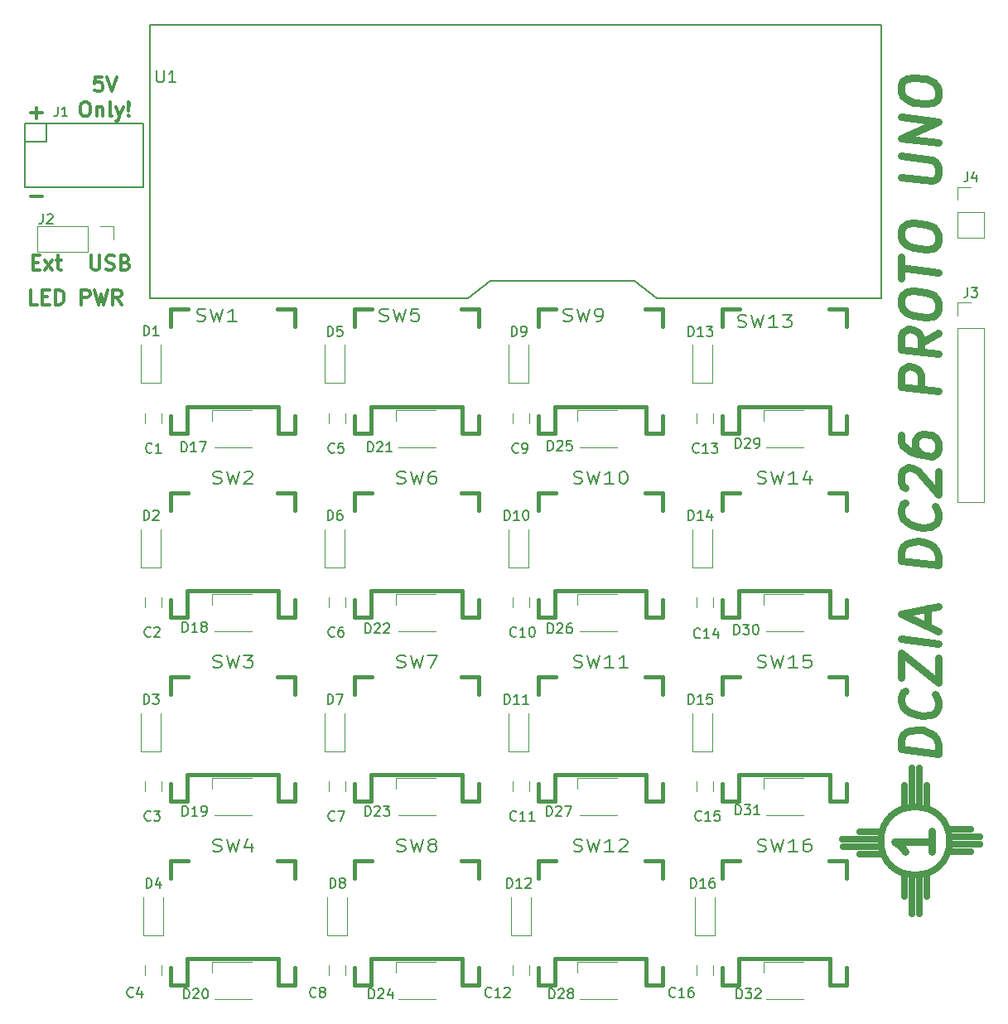
<source format=gto>
G04 #@! TF.GenerationSoftware,KiCad,Pcbnew,(2017-12-24 revision 570866557)-makepkg*
G04 #@! TF.CreationDate,2017-12-27T22:40:15-07:00*
G04 #@! TF.ProjectId,KeyGridTest1,4B65794772696454657374312E6B6963,rev?*
G04 #@! TF.SameCoordinates,Original*
G04 #@! TF.FileFunction,Legend,Top*
G04 #@! TF.FilePolarity,Positive*
%FSLAX46Y46*%
G04 Gerber Fmt 4.6, Leading zero omitted, Abs format (unit mm)*
G04 Created by KiCad (PCBNEW (2017-12-24 revision 570866557)-makepkg) date 12/27/17 22:40:15*
%MOMM*%
%LPD*%
G01*
G04 APERTURE LIST*
%ADD10C,0.300000*%
%ADD11C,0.762000*%
%ADD12C,0.635000*%
%ADD13C,0.150000*%
%ADD14C,0.381000*%
%ADD15C,0.120000*%
%ADD16C,0.203200*%
G04 APERTURE END LIST*
D10*
X97428571Y-53107142D02*
X98571428Y-53107142D01*
X98000000Y-53678571D02*
X98000000Y-52535714D01*
X97428571Y-61607142D02*
X98571428Y-61607142D01*
X104714285Y-49403571D02*
X104000000Y-49403571D01*
X103928571Y-50117857D01*
X104000000Y-50046428D01*
X104142857Y-49975000D01*
X104500000Y-49975000D01*
X104642857Y-50046428D01*
X104714285Y-50117857D01*
X104785714Y-50260714D01*
X104785714Y-50617857D01*
X104714285Y-50760714D01*
X104642857Y-50832142D01*
X104500000Y-50903571D01*
X104142857Y-50903571D01*
X104000000Y-50832142D01*
X103928571Y-50760714D01*
X105214285Y-49403571D02*
X105714285Y-50903571D01*
X106214285Y-49403571D01*
X102857142Y-51953571D02*
X103142857Y-51953571D01*
X103285714Y-52025000D01*
X103428571Y-52167857D01*
X103500000Y-52453571D01*
X103500000Y-52953571D01*
X103428571Y-53239285D01*
X103285714Y-53382142D01*
X103142857Y-53453571D01*
X102857142Y-53453571D01*
X102714285Y-53382142D01*
X102571428Y-53239285D01*
X102500000Y-52953571D01*
X102500000Y-52453571D01*
X102571428Y-52167857D01*
X102714285Y-52025000D01*
X102857142Y-51953571D01*
X104142857Y-52453571D02*
X104142857Y-53453571D01*
X104142857Y-52596428D02*
X104214285Y-52525000D01*
X104357142Y-52453571D01*
X104571428Y-52453571D01*
X104714285Y-52525000D01*
X104785714Y-52667857D01*
X104785714Y-53453571D01*
X105714285Y-53453571D02*
X105571428Y-53382142D01*
X105500000Y-53239285D01*
X105500000Y-51953571D01*
X106142857Y-52453571D02*
X106500000Y-53453571D01*
X106857142Y-52453571D02*
X106500000Y-53453571D01*
X106357142Y-53810714D01*
X106285714Y-53882142D01*
X106142857Y-53953571D01*
X107428571Y-53310714D02*
X107500000Y-53382142D01*
X107428571Y-53453571D01*
X107357142Y-53382142D01*
X107428571Y-53310714D01*
X107428571Y-53453571D01*
X107428571Y-52882142D02*
X107357142Y-52025000D01*
X107428571Y-51953571D01*
X107500000Y-52025000D01*
X107428571Y-52882142D01*
X107428571Y-51953571D01*
X103607142Y-67678571D02*
X103607142Y-68892857D01*
X103678571Y-69035714D01*
X103750000Y-69107142D01*
X103892857Y-69178571D01*
X104178571Y-69178571D01*
X104321428Y-69107142D01*
X104392857Y-69035714D01*
X104464285Y-68892857D01*
X104464285Y-67678571D01*
X105107142Y-69107142D02*
X105321428Y-69178571D01*
X105678571Y-69178571D01*
X105821428Y-69107142D01*
X105892857Y-69035714D01*
X105964285Y-68892857D01*
X105964285Y-68750000D01*
X105892857Y-68607142D01*
X105821428Y-68535714D01*
X105678571Y-68464285D01*
X105392857Y-68392857D01*
X105250000Y-68321428D01*
X105178571Y-68250000D01*
X105107142Y-68107142D01*
X105107142Y-67964285D01*
X105178571Y-67821428D01*
X105250000Y-67750000D01*
X105392857Y-67678571D01*
X105750000Y-67678571D01*
X105964285Y-67750000D01*
X107107142Y-68392857D02*
X107321428Y-68464285D01*
X107392857Y-68535714D01*
X107464285Y-68678571D01*
X107464285Y-68892857D01*
X107392857Y-69035714D01*
X107321428Y-69107142D01*
X107178571Y-69178571D01*
X106607142Y-69178571D01*
X106607142Y-67678571D01*
X107107142Y-67678571D01*
X107250000Y-67750000D01*
X107321428Y-67821428D01*
X107392857Y-67964285D01*
X107392857Y-68107142D01*
X107321428Y-68250000D01*
X107250000Y-68321428D01*
X107107142Y-68392857D01*
X106607142Y-68392857D01*
X97642857Y-68392857D02*
X98142857Y-68392857D01*
X98357142Y-69178571D02*
X97642857Y-69178571D01*
X97642857Y-67678571D01*
X98357142Y-67678571D01*
X98857142Y-69178571D02*
X99642857Y-68178571D01*
X98857142Y-68178571D02*
X99642857Y-69178571D01*
X100000000Y-68178571D02*
X100571428Y-68178571D01*
X100214285Y-67678571D02*
X100214285Y-68964285D01*
X100285714Y-69107142D01*
X100428571Y-69178571D01*
X100571428Y-69178571D01*
X98107142Y-72678571D02*
X97392857Y-72678571D01*
X97392857Y-71178571D01*
X98607142Y-71892857D02*
X99107142Y-71892857D01*
X99321428Y-72678571D02*
X98607142Y-72678571D01*
X98607142Y-71178571D01*
X99321428Y-71178571D01*
X99964285Y-72678571D02*
X99964285Y-71178571D01*
X100321428Y-71178571D01*
X100535714Y-71250000D01*
X100678571Y-71392857D01*
X100750000Y-71535714D01*
X100821428Y-71821428D01*
X100821428Y-72035714D01*
X100750000Y-72321428D01*
X100678571Y-72464285D01*
X100535714Y-72607142D01*
X100321428Y-72678571D01*
X99964285Y-72678571D01*
X102607142Y-72678571D02*
X102607142Y-71178571D01*
X103178571Y-71178571D01*
X103321428Y-71250000D01*
X103392857Y-71321428D01*
X103464285Y-71464285D01*
X103464285Y-71678571D01*
X103392857Y-71821428D01*
X103321428Y-71892857D01*
X103178571Y-71964285D01*
X102607142Y-71964285D01*
X103964285Y-71178571D02*
X104321428Y-72678571D01*
X104607142Y-71607142D01*
X104892857Y-72678571D01*
X105250000Y-71178571D01*
X106678571Y-72678571D02*
X106178571Y-71964285D01*
X105821428Y-72678571D02*
X105821428Y-71178571D01*
X106392857Y-71178571D01*
X106535714Y-71250000D01*
X106607142Y-71321428D01*
X106678571Y-71464285D01*
X106678571Y-71678571D01*
X106607142Y-71821428D01*
X106535714Y-71892857D01*
X106392857Y-71964285D01*
X105821428Y-71964285D01*
D11*
X189496371Y-126459428D02*
X189496371Y-128636571D01*
X189496371Y-127548000D02*
X185686371Y-127548000D01*
X186230657Y-127910857D01*
X186593514Y-128273714D01*
X186774942Y-128636571D01*
D12*
X184384694Y-128848724D02*
X182174894Y-128848724D01*
X184310786Y-128086724D02*
X180424586Y-128086724D01*
X184232294Y-127316734D02*
X180396894Y-127316734D01*
X184410094Y-126562724D02*
X182174894Y-126562724D01*
X189022724Y-130961506D02*
X189022724Y-133171306D01*
X188260724Y-131035414D02*
X188260724Y-134921614D01*
X187490734Y-131113906D02*
X187490734Y-134949306D01*
X186736724Y-130936106D02*
X186736724Y-133171306D01*
X191287906Y-126298076D02*
X193497706Y-126298076D01*
X191361814Y-127060076D02*
X194453000Y-127065400D01*
X191440306Y-127830066D02*
X194453000Y-127827400D01*
X191262506Y-128584076D02*
X193497706Y-128584076D01*
X186731400Y-124042800D02*
X186731400Y-121833000D01*
X187493400Y-123968892D02*
X187493400Y-120082692D01*
X189017400Y-124068200D02*
X189017400Y-121833000D01*
X188263390Y-123890400D02*
X188263390Y-120055000D01*
X191326406Y-127497200D02*
G75*
G03X191326406Y-127497200I-3502806J0D01*
G01*
D11*
X190223571Y-118567358D02*
X186413571Y-118091108D01*
X186413571Y-117183966D01*
X186595000Y-116662358D01*
X186957857Y-116344858D01*
X187320714Y-116208787D01*
X188046428Y-116118073D01*
X188590714Y-116186108D01*
X189316428Y-116458251D01*
X189679285Y-116685037D01*
X190042142Y-117093251D01*
X190223571Y-117660216D01*
X190223571Y-118567358D01*
X189860714Y-112534858D02*
X190042142Y-112738966D01*
X190223571Y-113305930D01*
X190223571Y-113668787D01*
X190042142Y-114190394D01*
X189679285Y-114507894D01*
X189316428Y-114643966D01*
X188590714Y-114734680D01*
X188046428Y-114666644D01*
X187320714Y-114394501D01*
X186957857Y-114167716D01*
X186595000Y-113759501D01*
X186413571Y-113192537D01*
X186413571Y-112829680D01*
X186595000Y-112308073D01*
X186776428Y-112149323D01*
X186413571Y-110833966D02*
X186413571Y-108293966D01*
X190223571Y-111310216D01*
X190223571Y-108770216D01*
X190223571Y-107318787D02*
X186413571Y-106842537D01*
X189135000Y-105549858D02*
X189135000Y-103735573D01*
X190223571Y-106048787D02*
X186413571Y-104302537D01*
X190223571Y-103508787D01*
X190223571Y-99335930D02*
X186413571Y-98859680D01*
X186413571Y-97952537D01*
X186595000Y-97430930D01*
X186957857Y-97113430D01*
X187320714Y-96977358D01*
X188046428Y-96886644D01*
X188590714Y-96954680D01*
X189316428Y-97226823D01*
X189679285Y-97453608D01*
X190042142Y-97861823D01*
X190223571Y-98428787D01*
X190223571Y-99335930D01*
X189860714Y-93303430D02*
X190042142Y-93507537D01*
X190223571Y-94074501D01*
X190223571Y-94437358D01*
X190042142Y-94958966D01*
X189679285Y-95276466D01*
X189316428Y-95412537D01*
X188590714Y-95503251D01*
X188046428Y-95435216D01*
X187320714Y-95163073D01*
X186957857Y-94936287D01*
X186595000Y-94528073D01*
X186413571Y-93961108D01*
X186413571Y-93598251D01*
X186595000Y-93076644D01*
X186776428Y-92917894D01*
X186776428Y-91466466D02*
X186595000Y-91262358D01*
X186413571Y-90876823D01*
X186413571Y-89969680D01*
X186595000Y-89629501D01*
X186776428Y-89470751D01*
X187139285Y-89334680D01*
X187502142Y-89380037D01*
X188046428Y-89629501D01*
X190223571Y-92078787D01*
X190223571Y-89720216D01*
X186413571Y-85978251D02*
X186413571Y-86703966D01*
X186595000Y-87089501D01*
X186776428Y-87293608D01*
X187320714Y-87724501D01*
X188046428Y-87996644D01*
X189497857Y-88178073D01*
X189860714Y-88042001D01*
X190042142Y-87883251D01*
X190223571Y-87543073D01*
X190223571Y-86817358D01*
X190042142Y-86431823D01*
X189860714Y-86227716D01*
X189497857Y-86000930D01*
X188590714Y-85887537D01*
X188227857Y-86023608D01*
X188046428Y-86182358D01*
X187865000Y-86522537D01*
X187865000Y-87248251D01*
X188046428Y-87633787D01*
X188227857Y-87837894D01*
X188590714Y-88064680D01*
X190223571Y-81555930D02*
X186413571Y-81079680D01*
X186413571Y-79628251D01*
X186595000Y-79288073D01*
X186776428Y-79129323D01*
X187139285Y-78993251D01*
X187683571Y-79061287D01*
X188046428Y-79288073D01*
X188227857Y-79492180D01*
X188409285Y-79877716D01*
X188409285Y-81329144D01*
X190223571Y-75568787D02*
X188409285Y-76612001D01*
X190223571Y-77745930D02*
X186413571Y-77269680D01*
X186413571Y-75818251D01*
X186595000Y-75478073D01*
X186776428Y-75319323D01*
X187139285Y-75183251D01*
X187683571Y-75251287D01*
X188046428Y-75478073D01*
X188227857Y-75682180D01*
X188409285Y-76067716D01*
X188409285Y-77519144D01*
X186413571Y-72733966D02*
X186413571Y-72008251D01*
X186595000Y-71668073D01*
X186957857Y-71350573D01*
X187683571Y-71259858D01*
X188953571Y-71418608D01*
X189679285Y-71690751D01*
X190042142Y-72098966D01*
X190223571Y-72484501D01*
X190223571Y-73210216D01*
X190042142Y-73550394D01*
X189679285Y-73867894D01*
X188953571Y-73958608D01*
X187683571Y-73799858D01*
X186957857Y-73527716D01*
X186595000Y-73119501D01*
X186413571Y-72733966D01*
X186413571Y-70012537D02*
X186413571Y-67835394D01*
X190223571Y-69400216D02*
X186413571Y-68923966D01*
X186413571Y-65839680D02*
X186413571Y-65113966D01*
X186595000Y-64773787D01*
X186957857Y-64456287D01*
X187683571Y-64365573D01*
X188953571Y-64524323D01*
X189679285Y-64796466D01*
X190042142Y-65204680D01*
X190223571Y-65590216D01*
X190223571Y-66315930D01*
X190042142Y-66656108D01*
X189679285Y-66973608D01*
X188953571Y-67064323D01*
X187683571Y-66905573D01*
X186957857Y-66633430D01*
X186595000Y-66225216D01*
X186413571Y-65839680D01*
X186413571Y-59671108D02*
X189497857Y-60056644D01*
X189860714Y-59920573D01*
X190042142Y-59761823D01*
X190223571Y-59421644D01*
X190223571Y-58695930D01*
X190042142Y-58310394D01*
X189860714Y-58106287D01*
X189497857Y-57879501D01*
X186413571Y-57493966D01*
X190223571Y-56155930D02*
X186413571Y-55679680D01*
X190223571Y-53978787D01*
X186413571Y-53502537D01*
X186413571Y-50962537D02*
X186413571Y-50236823D01*
X186595000Y-49896644D01*
X186957857Y-49579144D01*
X187683571Y-49488430D01*
X188953571Y-49647180D01*
X189679285Y-49919323D01*
X190042142Y-50327537D01*
X190223571Y-50713073D01*
X190223571Y-51438787D01*
X190042142Y-51778966D01*
X189679285Y-52096466D01*
X188953571Y-52187180D01*
X187683571Y-52028430D01*
X186957857Y-51756287D01*
X186595000Y-51348073D01*
X186413571Y-50962537D01*
D13*
X144373600Y-70256400D02*
X142087600Y-72034400D01*
X159105600Y-70256400D02*
X144373600Y-70256400D01*
X161391600Y-72034400D02*
X159105600Y-70256400D01*
X184373600Y-72034400D02*
X161391600Y-72034400D01*
X109575600Y-72034400D02*
X142087600Y-72034400D01*
X184373600Y-72034400D02*
X184373600Y-44094400D01*
X184373600Y-44094400D02*
X109575600Y-44094400D01*
X109575600Y-44094400D02*
X109575600Y-72034400D01*
D14*
X160326600Y-139515400D02*
X160326600Y-142265400D01*
X151026600Y-139515400D02*
X151026600Y-142265400D01*
X151026600Y-139515400D02*
X160326600Y-139515400D01*
X149326600Y-129565400D02*
X151104600Y-129565400D01*
X160248600Y-129565400D02*
X162026600Y-129565400D01*
X162026600Y-129565400D02*
X162026600Y-131343400D01*
X162026600Y-140487400D02*
X162026600Y-142265400D01*
X162026600Y-142265400D02*
X160326600Y-142265400D01*
X151026600Y-142265400D02*
X149326600Y-142265400D01*
X149326600Y-142265400D02*
X149326600Y-140487400D01*
X149326600Y-131343400D02*
X149326600Y-129565400D01*
X179122600Y-139515400D02*
X179122600Y-142265400D01*
X169822600Y-139515400D02*
X169822600Y-142265400D01*
X169822600Y-139515400D02*
X179122600Y-139515400D01*
X168122600Y-129565400D02*
X169900600Y-129565400D01*
X179044600Y-129565400D02*
X180822600Y-129565400D01*
X180822600Y-129565400D02*
X180822600Y-131343400D01*
X180822600Y-140487400D02*
X180822600Y-142265400D01*
X180822600Y-142265400D02*
X179122600Y-142265400D01*
X169822600Y-142265400D02*
X168122600Y-142265400D01*
X168122600Y-142265400D02*
X168122600Y-140487400D01*
X168122600Y-131343400D02*
X168122600Y-129565400D01*
X122734600Y-139515400D02*
X122734600Y-142265400D01*
X113434600Y-139515400D02*
X113434600Y-142265400D01*
X113434600Y-139515400D02*
X122734600Y-139515400D01*
X111734600Y-129565400D02*
X113512600Y-129565400D01*
X122656600Y-129565400D02*
X124434600Y-129565400D01*
X124434600Y-129565400D02*
X124434600Y-131343400D01*
X124434600Y-140487400D02*
X124434600Y-142265400D01*
X124434600Y-142265400D02*
X122734600Y-142265400D01*
X113434600Y-142265400D02*
X111734600Y-142265400D01*
X111734600Y-142265400D02*
X111734600Y-140487400D01*
X111734600Y-131343400D02*
X111734600Y-129565400D01*
X141530600Y-139515400D02*
X141530600Y-142265400D01*
X132230600Y-139515400D02*
X132230600Y-142265400D01*
X132230600Y-139515400D02*
X141530600Y-139515400D01*
X130530600Y-129565400D02*
X132308600Y-129565400D01*
X141452600Y-129565400D02*
X143230600Y-129565400D01*
X143230600Y-129565400D02*
X143230600Y-131343400D01*
X143230600Y-140487400D02*
X143230600Y-142265400D01*
X143230600Y-142265400D02*
X141530600Y-142265400D01*
X132230600Y-142265400D02*
X130530600Y-142265400D01*
X130530600Y-142265400D02*
X130530600Y-140487400D01*
X130530600Y-131343400D02*
X130530600Y-129565400D01*
X160326600Y-101923400D02*
X160326600Y-104673400D01*
X151026600Y-101923400D02*
X151026600Y-104673400D01*
X151026600Y-101923400D02*
X160326600Y-101923400D01*
X149326600Y-91973400D02*
X151104600Y-91973400D01*
X160248600Y-91973400D02*
X162026600Y-91973400D01*
X162026600Y-91973400D02*
X162026600Y-93751400D01*
X162026600Y-102895400D02*
X162026600Y-104673400D01*
X162026600Y-104673400D02*
X160326600Y-104673400D01*
X151026600Y-104673400D02*
X149326600Y-104673400D01*
X149326600Y-104673400D02*
X149326600Y-102895400D01*
X149326600Y-93751400D02*
X149326600Y-91973400D01*
X160326600Y-120719400D02*
X160326600Y-123469400D01*
X151026600Y-120719400D02*
X151026600Y-123469400D01*
X151026600Y-120719400D02*
X160326600Y-120719400D01*
X149326600Y-110769400D02*
X151104600Y-110769400D01*
X160248600Y-110769400D02*
X162026600Y-110769400D01*
X162026600Y-110769400D02*
X162026600Y-112547400D01*
X162026600Y-121691400D02*
X162026600Y-123469400D01*
X162026600Y-123469400D02*
X160326600Y-123469400D01*
X151026600Y-123469400D02*
X149326600Y-123469400D01*
X149326600Y-123469400D02*
X149326600Y-121691400D01*
X149326600Y-112547400D02*
X149326600Y-110769400D01*
X179122600Y-120719400D02*
X179122600Y-123469400D01*
X169822600Y-120719400D02*
X169822600Y-123469400D01*
X169822600Y-120719400D02*
X179122600Y-120719400D01*
X168122600Y-110769400D02*
X169900600Y-110769400D01*
X179044600Y-110769400D02*
X180822600Y-110769400D01*
X180822600Y-110769400D02*
X180822600Y-112547400D01*
X180822600Y-121691400D02*
X180822600Y-123469400D01*
X180822600Y-123469400D02*
X179122600Y-123469400D01*
X169822600Y-123469400D02*
X168122600Y-123469400D01*
X168122600Y-123469400D02*
X168122600Y-121691400D01*
X168122600Y-112547400D02*
X168122600Y-110769400D01*
X179122600Y-101923400D02*
X179122600Y-104673400D01*
X169822600Y-101923400D02*
X169822600Y-104673400D01*
X169822600Y-101923400D02*
X179122600Y-101923400D01*
X168122600Y-91973400D02*
X169900600Y-91973400D01*
X179044600Y-91973400D02*
X180822600Y-91973400D01*
X180822600Y-91973400D02*
X180822600Y-93751400D01*
X180822600Y-102895400D02*
X180822600Y-104673400D01*
X180822600Y-104673400D02*
X179122600Y-104673400D01*
X169822600Y-104673400D02*
X168122600Y-104673400D01*
X168122600Y-104673400D02*
X168122600Y-102895400D01*
X168122600Y-93751400D02*
X168122600Y-91973400D01*
X141530600Y-120719400D02*
X141530600Y-123469400D01*
X132230600Y-120719400D02*
X132230600Y-123469400D01*
X132230600Y-120719400D02*
X141530600Y-120719400D01*
X130530600Y-110769400D02*
X132308600Y-110769400D01*
X141452600Y-110769400D02*
X143230600Y-110769400D01*
X143230600Y-110769400D02*
X143230600Y-112547400D01*
X143230600Y-121691400D02*
X143230600Y-123469400D01*
X143230600Y-123469400D02*
X141530600Y-123469400D01*
X132230600Y-123469400D02*
X130530600Y-123469400D01*
X130530600Y-123469400D02*
X130530600Y-121691400D01*
X130530600Y-112547400D02*
X130530600Y-110769400D01*
X141530600Y-101923400D02*
X141530600Y-104673400D01*
X132230600Y-101923400D02*
X132230600Y-104673400D01*
X132230600Y-101923400D02*
X141530600Y-101923400D01*
X130530600Y-91973400D02*
X132308600Y-91973400D01*
X141452600Y-91973400D02*
X143230600Y-91973400D01*
X143230600Y-91973400D02*
X143230600Y-93751400D01*
X143230600Y-102895400D02*
X143230600Y-104673400D01*
X143230600Y-104673400D02*
X141530600Y-104673400D01*
X132230600Y-104673400D02*
X130530600Y-104673400D01*
X130530600Y-104673400D02*
X130530600Y-102895400D01*
X130530600Y-93751400D02*
X130530600Y-91973400D01*
X122734600Y-101923400D02*
X122734600Y-104673400D01*
X113434600Y-101923400D02*
X113434600Y-104673400D01*
X113434600Y-101923400D02*
X122734600Y-101923400D01*
X111734600Y-91973400D02*
X113512600Y-91973400D01*
X122656600Y-91973400D02*
X124434600Y-91973400D01*
X124434600Y-91973400D02*
X124434600Y-93751400D01*
X124434600Y-102895400D02*
X124434600Y-104673400D01*
X124434600Y-104673400D02*
X122734600Y-104673400D01*
X113434600Y-104673400D02*
X111734600Y-104673400D01*
X111734600Y-104673400D02*
X111734600Y-102895400D01*
X111734600Y-93751400D02*
X111734600Y-91973400D01*
X122734600Y-120719400D02*
X122734600Y-123469400D01*
X113434600Y-120719400D02*
X113434600Y-123469400D01*
X113434600Y-120719400D02*
X122734600Y-120719400D01*
X111734600Y-110769400D02*
X113512600Y-110769400D01*
X122656600Y-110769400D02*
X124434600Y-110769400D01*
X124434600Y-110769400D02*
X124434600Y-112547400D01*
X124434600Y-121691400D02*
X124434600Y-123469400D01*
X124434600Y-123469400D02*
X122734600Y-123469400D01*
X113434600Y-123469400D02*
X111734600Y-123469400D01*
X111734600Y-123469400D02*
X111734600Y-121691400D01*
X111734600Y-112547400D02*
X111734600Y-110769400D01*
X122734600Y-83127400D02*
X122734600Y-85877400D01*
X113434600Y-83127400D02*
X113434600Y-85877400D01*
X113434600Y-83127400D02*
X122734600Y-83127400D01*
X111734600Y-73177400D02*
X113512600Y-73177400D01*
X122656600Y-73177400D02*
X124434600Y-73177400D01*
X124434600Y-73177400D02*
X124434600Y-74955400D01*
X124434600Y-84099400D02*
X124434600Y-85877400D01*
X124434600Y-85877400D02*
X122734600Y-85877400D01*
X113434600Y-85877400D02*
X111734600Y-85877400D01*
X111734600Y-85877400D02*
X111734600Y-84099400D01*
X111734600Y-74955400D02*
X111734600Y-73177400D01*
X141530600Y-83127400D02*
X141530600Y-85877400D01*
X132230600Y-83127400D02*
X132230600Y-85877400D01*
X132230600Y-83127400D02*
X141530600Y-83127400D01*
X130530600Y-73177400D02*
X132308600Y-73177400D01*
X141452600Y-73177400D02*
X143230600Y-73177400D01*
X143230600Y-73177400D02*
X143230600Y-74955400D01*
X143230600Y-84099400D02*
X143230600Y-85877400D01*
X143230600Y-85877400D02*
X141530600Y-85877400D01*
X132230600Y-85877400D02*
X130530600Y-85877400D01*
X130530600Y-85877400D02*
X130530600Y-84099400D01*
X130530600Y-74955400D02*
X130530600Y-73177400D01*
X160326600Y-83127400D02*
X160326600Y-85877400D01*
X151026600Y-83127400D02*
X151026600Y-85877400D01*
X151026600Y-83127400D02*
X160326600Y-83127400D01*
X149326600Y-73177400D02*
X151104600Y-73177400D01*
X160248600Y-73177400D02*
X162026600Y-73177400D01*
X162026600Y-73177400D02*
X162026600Y-74955400D01*
X162026600Y-84099400D02*
X162026600Y-85877400D01*
X162026600Y-85877400D02*
X160326600Y-85877400D01*
X151026600Y-85877400D02*
X149326600Y-85877400D01*
X149326600Y-85877400D02*
X149326600Y-84099400D01*
X149326600Y-74955400D02*
X149326600Y-73177400D01*
X179122600Y-83127400D02*
X179122600Y-85877400D01*
X169822600Y-83127400D02*
X169822600Y-85877400D01*
X169822600Y-83127400D02*
X179122600Y-83127400D01*
X168122600Y-73177400D02*
X169900600Y-73177400D01*
X179044600Y-73177400D02*
X180822600Y-73177400D01*
X180822600Y-73177400D02*
X180822600Y-74955400D01*
X180822600Y-84099400D02*
X180822600Y-85877400D01*
X180822600Y-85877400D02*
X179122600Y-85877400D01*
X169822600Y-85877400D02*
X168122600Y-85877400D01*
X168122600Y-85877400D02*
X168122600Y-84099400D01*
X168122600Y-74955400D02*
X168122600Y-73177400D01*
D15*
X157322600Y-143657400D02*
X153522600Y-143657400D01*
X153322600Y-140957400D02*
X153322600Y-139857400D01*
X153322600Y-139857400D02*
X157322600Y-139857400D01*
X148398600Y-141241400D02*
X148398600Y-140241400D01*
X146698600Y-140241400D02*
X146698600Y-141241400D01*
X167194600Y-141241400D02*
X167194600Y-140241400D01*
X165494600Y-140241400D02*
X165494600Y-141241400D01*
X146548600Y-137149400D02*
X148548600Y-137149400D01*
X148548600Y-137149400D02*
X148548600Y-133249400D01*
X146548600Y-137149400D02*
X146548600Y-133249400D01*
X165344600Y-137149400D02*
X167344600Y-137149400D01*
X167344600Y-137149400D02*
X167344600Y-133249400D01*
X165344600Y-137149400D02*
X165344600Y-133249400D01*
X176372600Y-143657400D02*
X172572600Y-143657400D01*
X172372600Y-140957400D02*
X172372600Y-139857400D01*
X172372600Y-139857400D02*
X176372600Y-139857400D01*
X129602600Y-141241400D02*
X129602600Y-140241400D01*
X127902600Y-140241400D02*
X127902600Y-141241400D01*
X108956600Y-137149400D02*
X110956600Y-137149400D01*
X110956600Y-137149400D02*
X110956600Y-133249400D01*
X108956600Y-137149400D02*
X108956600Y-133249400D01*
X110806600Y-141241400D02*
X110806600Y-140241400D01*
X109106600Y-140241400D02*
X109106600Y-141241400D01*
X119984600Y-143657400D02*
X116184600Y-143657400D01*
X115984600Y-140957400D02*
X115984600Y-139857400D01*
X115984600Y-139857400D02*
X119984600Y-139857400D01*
X127752600Y-137149400D02*
X129752600Y-137149400D01*
X129752600Y-137149400D02*
X129752600Y-133249400D01*
X127752600Y-137149400D02*
X127752600Y-133249400D01*
X138780600Y-143657400D02*
X134980600Y-143657400D01*
X134780600Y-140957400D02*
X134780600Y-139857400D01*
X134780600Y-139857400D02*
X138780600Y-139857400D01*
X165090600Y-118353400D02*
X167090600Y-118353400D01*
X167090600Y-118353400D02*
X167090600Y-114453400D01*
X165090600Y-118353400D02*
X165090600Y-114453400D01*
X157322600Y-106065400D02*
X153522600Y-106065400D01*
X153322600Y-103365400D02*
X153322600Y-102265400D01*
X153322600Y-102265400D02*
X157322600Y-102265400D01*
X146294600Y-118353400D02*
X148294600Y-118353400D01*
X148294600Y-118353400D02*
X148294600Y-114453400D01*
X146294600Y-118353400D02*
X146294600Y-114453400D01*
X146294600Y-99557400D02*
X148294600Y-99557400D01*
X148294600Y-99557400D02*
X148294600Y-95657400D01*
X146294600Y-99557400D02*
X146294600Y-95657400D01*
X157322600Y-124861400D02*
X153522600Y-124861400D01*
X153322600Y-122161400D02*
X153322600Y-121061400D01*
X153322600Y-121061400D02*
X157322600Y-121061400D01*
X176372600Y-106065400D02*
X172572600Y-106065400D01*
X172372600Y-103365400D02*
X172372600Y-102265400D01*
X172372600Y-102265400D02*
X176372600Y-102265400D01*
X165090600Y-99557400D02*
X167090600Y-99557400D01*
X167090600Y-99557400D02*
X167090600Y-95657400D01*
X165090600Y-99557400D02*
X165090600Y-95657400D01*
X176372600Y-124861400D02*
X172572600Y-124861400D01*
X172372600Y-122161400D02*
X172372600Y-121061400D01*
X172372600Y-121061400D02*
X176372600Y-121061400D01*
X119984600Y-124861400D02*
X116184600Y-124861400D01*
X115984600Y-122161400D02*
X115984600Y-121061400D01*
X115984600Y-121061400D02*
X119984600Y-121061400D01*
X129602600Y-122445400D02*
X129602600Y-121445400D01*
X127902600Y-121445400D02*
X127902600Y-122445400D01*
X127498600Y-118353400D02*
X129498600Y-118353400D01*
X129498600Y-118353400D02*
X129498600Y-114453400D01*
X127498600Y-118353400D02*
X127498600Y-114453400D01*
X138780600Y-124861400D02*
X134980600Y-124861400D01*
X134780600Y-122161400D02*
X134780600Y-121061400D01*
X134780600Y-121061400D02*
X138780600Y-121061400D01*
X119984600Y-106065400D02*
X116184600Y-106065400D01*
X115984600Y-103365400D02*
X115984600Y-102265400D01*
X115984600Y-102265400D02*
X119984600Y-102265400D01*
X127498600Y-99557400D02*
X129498600Y-99557400D01*
X129498600Y-99557400D02*
X129498600Y-95657400D01*
X127498600Y-99557400D02*
X127498600Y-95657400D01*
X129602600Y-103649400D02*
X129602600Y-102649400D01*
X127902600Y-102649400D02*
X127902600Y-103649400D01*
X138780600Y-106065400D02*
X134980600Y-106065400D01*
X134780600Y-103365400D02*
X134780600Y-102265400D01*
X134780600Y-102265400D02*
X138780600Y-102265400D01*
X148398600Y-103649400D02*
X148398600Y-102649400D01*
X146698600Y-102649400D02*
X146698600Y-103649400D01*
X167194600Y-103649400D02*
X167194600Y-102649400D01*
X165494600Y-102649400D02*
X165494600Y-103649400D01*
X167194600Y-122445400D02*
X167194600Y-121445400D01*
X165494600Y-121445400D02*
X165494600Y-122445400D01*
X148398600Y-122445400D02*
X148398600Y-121445400D01*
X146698600Y-121445400D02*
X146698600Y-122445400D01*
X108702600Y-99557400D02*
X110702600Y-99557400D01*
X110702600Y-99557400D02*
X110702600Y-95657400D01*
X108702600Y-99557400D02*
X108702600Y-95657400D01*
X108702600Y-118353400D02*
X110702600Y-118353400D01*
X110702600Y-118353400D02*
X110702600Y-114453400D01*
X108702600Y-118353400D02*
X108702600Y-114453400D01*
X110806600Y-103649400D02*
X110806600Y-102649400D01*
X109106600Y-102649400D02*
X109106600Y-103649400D01*
X110806600Y-122445400D02*
X110806600Y-121445400D01*
X109106600Y-121445400D02*
X109106600Y-122445400D01*
X110806600Y-84853400D02*
X110806600Y-83853400D01*
X109106600Y-83853400D02*
X109106600Y-84853400D01*
X129602600Y-84853400D02*
X129602600Y-83853400D01*
X127902600Y-83853400D02*
X127902600Y-84853400D01*
X148398600Y-84853400D02*
X148398600Y-83853400D01*
X146698600Y-83853400D02*
X146698600Y-84853400D01*
X167194600Y-84853400D02*
X167194600Y-83853400D01*
X165494600Y-83853400D02*
X165494600Y-84853400D01*
X108702600Y-80698199D02*
X110702600Y-80698199D01*
X110702600Y-80698199D02*
X110702600Y-76798199D01*
X108702600Y-80698199D02*
X108702600Y-76798199D01*
X127498600Y-80698199D02*
X129498600Y-80698199D01*
X129498600Y-80698199D02*
X129498600Y-76798199D01*
X127498600Y-80698199D02*
X127498600Y-76798199D01*
X146294600Y-80698199D02*
X148294600Y-80698199D01*
X148294600Y-80698199D02*
X148294600Y-76798199D01*
X146294600Y-80698199D02*
X146294600Y-76798199D01*
X165090600Y-80698199D02*
X167090600Y-80698199D01*
X167090600Y-80698199D02*
X167090600Y-76798199D01*
X165090600Y-80698199D02*
X165090600Y-76798199D01*
X98090000Y-64670000D02*
X98090000Y-67330000D01*
X103230000Y-64670000D02*
X98090000Y-64670000D01*
X103230000Y-67330000D02*
X98090000Y-67330000D01*
X103230000Y-64670000D02*
X103230000Y-67330000D01*
X104500000Y-64670000D02*
X105830000Y-64670000D01*
X105830000Y-64670000D02*
X105830000Y-66000000D01*
X119984600Y-87269400D02*
X116184600Y-87269400D01*
X115984600Y-84569400D02*
X115984600Y-83469400D01*
X115984600Y-83469400D02*
X119984600Y-83469400D01*
X138780600Y-87269400D02*
X134980600Y-87269400D01*
X134780600Y-84569400D02*
X134780600Y-83469400D01*
X134780600Y-83469400D02*
X138780600Y-83469400D01*
X157322600Y-87269400D02*
X153522600Y-87269400D01*
X153322600Y-84569400D02*
X153322600Y-83469400D01*
X153322600Y-83469400D02*
X157322600Y-83469400D01*
X176372600Y-87269400D02*
X172572600Y-87269400D01*
X172372600Y-84569400D02*
X172372600Y-83469400D01*
X172372600Y-83469400D02*
X176372600Y-83469400D01*
X192170000Y-72470000D02*
X193500000Y-72470000D01*
X192170000Y-73800000D02*
X192170000Y-72470000D01*
X192170000Y-75070000D02*
X194830000Y-75070000D01*
X194830000Y-75070000D02*
X194830000Y-92910000D01*
X192170000Y-75070000D02*
X192170000Y-92910000D01*
X192170000Y-92910000D02*
X194830000Y-92910000D01*
X192170000Y-60670000D02*
X193500000Y-60670000D01*
X192170000Y-62000000D02*
X192170000Y-60670000D01*
X192170000Y-63270000D02*
X194830000Y-63270000D01*
X194830000Y-63270000D02*
X194830000Y-65870000D01*
X192170000Y-63270000D02*
X192170000Y-65870000D01*
X192170000Y-65870000D02*
X194830000Y-65870000D01*
D13*
X108900000Y-54150000D02*
X96800000Y-54150000D01*
X108900000Y-54150000D02*
X108900000Y-60700000D01*
X96800000Y-54150000D02*
X96800000Y-60700000D01*
X96800000Y-60700000D02*
X108900000Y-60700000D01*
X99000000Y-54200000D02*
X99000000Y-56000000D01*
X99000000Y-56000000D02*
X96800000Y-56000000D01*
X110312314Y-48771257D02*
X110312314Y-49742685D01*
X110369457Y-49856971D01*
X110426600Y-49914114D01*
X110540885Y-49971257D01*
X110769457Y-49971257D01*
X110883742Y-49914114D01*
X110940885Y-49856971D01*
X110998028Y-49742685D01*
X110998028Y-48771257D01*
X112198028Y-49971257D02*
X111512314Y-49971257D01*
X111855171Y-49971257D02*
X111855171Y-48771257D01*
X111740885Y-48942685D01*
X111626600Y-49056971D01*
X111512314Y-49114114D01*
D16*
X152918885Y-128529447D02*
X153136600Y-128589923D01*
X153499457Y-128589923D01*
X153644600Y-128529447D01*
X153717171Y-128468971D01*
X153789742Y-128348019D01*
X153789742Y-128227066D01*
X153717171Y-128106114D01*
X153644600Y-128045638D01*
X153499457Y-127985161D01*
X153209171Y-127924685D01*
X153064028Y-127864209D01*
X152991457Y-127803733D01*
X152918885Y-127682780D01*
X152918885Y-127561828D01*
X152991457Y-127440876D01*
X153064028Y-127380400D01*
X153209171Y-127319923D01*
X153572028Y-127319923D01*
X153789742Y-127380400D01*
X154297742Y-127319923D02*
X154660600Y-128589923D01*
X154950885Y-127682780D01*
X155241171Y-128589923D01*
X155604028Y-127319923D01*
X156982885Y-128589923D02*
X156112028Y-128589923D01*
X156547457Y-128589923D02*
X156547457Y-127319923D01*
X156402314Y-127501352D01*
X156257171Y-127622304D01*
X156112028Y-127682780D01*
X157563457Y-127440876D02*
X157636028Y-127380400D01*
X157781171Y-127319923D01*
X158144028Y-127319923D01*
X158289171Y-127380400D01*
X158361742Y-127440876D01*
X158434314Y-127561828D01*
X158434314Y-127682780D01*
X158361742Y-127864209D01*
X157490885Y-128589923D01*
X158434314Y-128589923D01*
X171714885Y-128529447D02*
X171932600Y-128589923D01*
X172295457Y-128589923D01*
X172440600Y-128529447D01*
X172513171Y-128468971D01*
X172585742Y-128348019D01*
X172585742Y-128227066D01*
X172513171Y-128106114D01*
X172440600Y-128045638D01*
X172295457Y-127985161D01*
X172005171Y-127924685D01*
X171860028Y-127864209D01*
X171787457Y-127803733D01*
X171714885Y-127682780D01*
X171714885Y-127561828D01*
X171787457Y-127440876D01*
X171860028Y-127380400D01*
X172005171Y-127319923D01*
X172368028Y-127319923D01*
X172585742Y-127380400D01*
X173093742Y-127319923D02*
X173456600Y-128589923D01*
X173746885Y-127682780D01*
X174037171Y-128589923D01*
X174400028Y-127319923D01*
X175778885Y-128589923D02*
X174908028Y-128589923D01*
X175343457Y-128589923D02*
X175343457Y-127319923D01*
X175198314Y-127501352D01*
X175053171Y-127622304D01*
X174908028Y-127682780D01*
X177085171Y-127319923D02*
X176794885Y-127319923D01*
X176649742Y-127380400D01*
X176577171Y-127440876D01*
X176432028Y-127622304D01*
X176359457Y-127864209D01*
X176359457Y-128348019D01*
X176432028Y-128468971D01*
X176504600Y-128529447D01*
X176649742Y-128589923D01*
X176940028Y-128589923D01*
X177085171Y-128529447D01*
X177157742Y-128468971D01*
X177230314Y-128348019D01*
X177230314Y-128045638D01*
X177157742Y-127924685D01*
X177085171Y-127864209D01*
X176940028Y-127803733D01*
X176649742Y-127803733D01*
X176504600Y-127864209D01*
X176432028Y-127924685D01*
X176359457Y-128045638D01*
X116052600Y-128529447D02*
X116270314Y-128589923D01*
X116633171Y-128589923D01*
X116778314Y-128529447D01*
X116850885Y-128468971D01*
X116923457Y-128348019D01*
X116923457Y-128227066D01*
X116850885Y-128106114D01*
X116778314Y-128045638D01*
X116633171Y-127985161D01*
X116342885Y-127924685D01*
X116197742Y-127864209D01*
X116125171Y-127803733D01*
X116052600Y-127682780D01*
X116052600Y-127561828D01*
X116125171Y-127440876D01*
X116197742Y-127380400D01*
X116342885Y-127319923D01*
X116705742Y-127319923D01*
X116923457Y-127380400D01*
X117431457Y-127319923D02*
X117794314Y-128589923D01*
X118084600Y-127682780D01*
X118374885Y-128589923D01*
X118737742Y-127319923D01*
X119971457Y-127743257D02*
X119971457Y-128589923D01*
X119608600Y-127259447D02*
X119245742Y-128166590D01*
X120189171Y-128166590D01*
X134848600Y-128529447D02*
X135066314Y-128589923D01*
X135429171Y-128589923D01*
X135574314Y-128529447D01*
X135646885Y-128468971D01*
X135719457Y-128348019D01*
X135719457Y-128227066D01*
X135646885Y-128106114D01*
X135574314Y-128045638D01*
X135429171Y-127985161D01*
X135138885Y-127924685D01*
X134993742Y-127864209D01*
X134921171Y-127803733D01*
X134848600Y-127682780D01*
X134848600Y-127561828D01*
X134921171Y-127440876D01*
X134993742Y-127380400D01*
X135138885Y-127319923D01*
X135501742Y-127319923D01*
X135719457Y-127380400D01*
X136227457Y-127319923D02*
X136590314Y-128589923D01*
X136880600Y-127682780D01*
X137170885Y-128589923D01*
X137533742Y-127319923D01*
X138332028Y-127864209D02*
X138186885Y-127803733D01*
X138114314Y-127743257D01*
X138041742Y-127622304D01*
X138041742Y-127561828D01*
X138114314Y-127440876D01*
X138186885Y-127380400D01*
X138332028Y-127319923D01*
X138622314Y-127319923D01*
X138767457Y-127380400D01*
X138840028Y-127440876D01*
X138912600Y-127561828D01*
X138912600Y-127622304D01*
X138840028Y-127743257D01*
X138767457Y-127803733D01*
X138622314Y-127864209D01*
X138332028Y-127864209D01*
X138186885Y-127924685D01*
X138114314Y-127985161D01*
X138041742Y-128106114D01*
X138041742Y-128348019D01*
X138114314Y-128468971D01*
X138186885Y-128529447D01*
X138332028Y-128589923D01*
X138622314Y-128589923D01*
X138767457Y-128529447D01*
X138840028Y-128468971D01*
X138912600Y-128348019D01*
X138912600Y-128106114D01*
X138840028Y-127985161D01*
X138767457Y-127924685D01*
X138622314Y-127864209D01*
X152918885Y-90937447D02*
X153136600Y-90997923D01*
X153499457Y-90997923D01*
X153644600Y-90937447D01*
X153717171Y-90876971D01*
X153789742Y-90756019D01*
X153789742Y-90635066D01*
X153717171Y-90514114D01*
X153644600Y-90453638D01*
X153499457Y-90393161D01*
X153209171Y-90332685D01*
X153064028Y-90272209D01*
X152991457Y-90211733D01*
X152918885Y-90090780D01*
X152918885Y-89969828D01*
X152991457Y-89848876D01*
X153064028Y-89788400D01*
X153209171Y-89727923D01*
X153572028Y-89727923D01*
X153789742Y-89788400D01*
X154297742Y-89727923D02*
X154660600Y-90997923D01*
X154950885Y-90090780D01*
X155241171Y-90997923D01*
X155604028Y-89727923D01*
X156982885Y-90997923D02*
X156112028Y-90997923D01*
X156547457Y-90997923D02*
X156547457Y-89727923D01*
X156402314Y-89909352D01*
X156257171Y-90030304D01*
X156112028Y-90090780D01*
X157926314Y-89727923D02*
X158071457Y-89727923D01*
X158216600Y-89788400D01*
X158289171Y-89848876D01*
X158361742Y-89969828D01*
X158434314Y-90211733D01*
X158434314Y-90514114D01*
X158361742Y-90756019D01*
X158289171Y-90876971D01*
X158216600Y-90937447D01*
X158071457Y-90997923D01*
X157926314Y-90997923D01*
X157781171Y-90937447D01*
X157708600Y-90876971D01*
X157636028Y-90756019D01*
X157563457Y-90514114D01*
X157563457Y-90211733D01*
X157636028Y-89969828D01*
X157708600Y-89848876D01*
X157781171Y-89788400D01*
X157926314Y-89727923D01*
X152918885Y-109733447D02*
X153136600Y-109793923D01*
X153499457Y-109793923D01*
X153644600Y-109733447D01*
X153717171Y-109672971D01*
X153789742Y-109552019D01*
X153789742Y-109431066D01*
X153717171Y-109310114D01*
X153644600Y-109249638D01*
X153499457Y-109189161D01*
X153209171Y-109128685D01*
X153064028Y-109068209D01*
X152991457Y-109007733D01*
X152918885Y-108886780D01*
X152918885Y-108765828D01*
X152991457Y-108644876D01*
X153064028Y-108584400D01*
X153209171Y-108523923D01*
X153572028Y-108523923D01*
X153789742Y-108584400D01*
X154297742Y-108523923D02*
X154660600Y-109793923D01*
X154950885Y-108886780D01*
X155241171Y-109793923D01*
X155604028Y-108523923D01*
X156982885Y-109793923D02*
X156112028Y-109793923D01*
X156547457Y-109793923D02*
X156547457Y-108523923D01*
X156402314Y-108705352D01*
X156257171Y-108826304D01*
X156112028Y-108886780D01*
X158434314Y-109793923D02*
X157563457Y-109793923D01*
X157998885Y-109793923D02*
X157998885Y-108523923D01*
X157853742Y-108705352D01*
X157708600Y-108826304D01*
X157563457Y-108886780D01*
X171714885Y-109733447D02*
X171932600Y-109793923D01*
X172295457Y-109793923D01*
X172440600Y-109733447D01*
X172513171Y-109672971D01*
X172585742Y-109552019D01*
X172585742Y-109431066D01*
X172513171Y-109310114D01*
X172440600Y-109249638D01*
X172295457Y-109189161D01*
X172005171Y-109128685D01*
X171860028Y-109068209D01*
X171787457Y-109007733D01*
X171714885Y-108886780D01*
X171714885Y-108765828D01*
X171787457Y-108644876D01*
X171860028Y-108584400D01*
X172005171Y-108523923D01*
X172368028Y-108523923D01*
X172585742Y-108584400D01*
X173093742Y-108523923D02*
X173456600Y-109793923D01*
X173746885Y-108886780D01*
X174037171Y-109793923D01*
X174400028Y-108523923D01*
X175778885Y-109793923D02*
X174908028Y-109793923D01*
X175343457Y-109793923D02*
X175343457Y-108523923D01*
X175198314Y-108705352D01*
X175053171Y-108826304D01*
X174908028Y-108886780D01*
X177157742Y-108523923D02*
X176432028Y-108523923D01*
X176359457Y-109128685D01*
X176432028Y-109068209D01*
X176577171Y-109007733D01*
X176940028Y-109007733D01*
X177085171Y-109068209D01*
X177157742Y-109128685D01*
X177230314Y-109249638D01*
X177230314Y-109552019D01*
X177157742Y-109672971D01*
X177085171Y-109733447D01*
X176940028Y-109793923D01*
X176577171Y-109793923D01*
X176432028Y-109733447D01*
X176359457Y-109672971D01*
X171714885Y-90937447D02*
X171932600Y-90997923D01*
X172295457Y-90997923D01*
X172440600Y-90937447D01*
X172513171Y-90876971D01*
X172585742Y-90756019D01*
X172585742Y-90635066D01*
X172513171Y-90514114D01*
X172440600Y-90453638D01*
X172295457Y-90393161D01*
X172005171Y-90332685D01*
X171860028Y-90272209D01*
X171787457Y-90211733D01*
X171714885Y-90090780D01*
X171714885Y-89969828D01*
X171787457Y-89848876D01*
X171860028Y-89788400D01*
X172005171Y-89727923D01*
X172368028Y-89727923D01*
X172585742Y-89788400D01*
X173093742Y-89727923D02*
X173456600Y-90997923D01*
X173746885Y-90090780D01*
X174037171Y-90997923D01*
X174400028Y-89727923D01*
X175778885Y-90997923D02*
X174908028Y-90997923D01*
X175343457Y-90997923D02*
X175343457Y-89727923D01*
X175198314Y-89909352D01*
X175053171Y-90030304D01*
X174908028Y-90090780D01*
X177085171Y-90151257D02*
X177085171Y-90997923D01*
X176722314Y-89667447D02*
X176359457Y-90574590D01*
X177302885Y-90574590D01*
X134848600Y-109733447D02*
X135066314Y-109793923D01*
X135429171Y-109793923D01*
X135574314Y-109733447D01*
X135646885Y-109672971D01*
X135719457Y-109552019D01*
X135719457Y-109431066D01*
X135646885Y-109310114D01*
X135574314Y-109249638D01*
X135429171Y-109189161D01*
X135138885Y-109128685D01*
X134993742Y-109068209D01*
X134921171Y-109007733D01*
X134848600Y-108886780D01*
X134848600Y-108765828D01*
X134921171Y-108644876D01*
X134993742Y-108584400D01*
X135138885Y-108523923D01*
X135501742Y-108523923D01*
X135719457Y-108584400D01*
X136227457Y-108523923D02*
X136590314Y-109793923D01*
X136880600Y-108886780D01*
X137170885Y-109793923D01*
X137533742Y-108523923D01*
X137969171Y-108523923D02*
X138985171Y-108523923D01*
X138332028Y-109793923D01*
X134848600Y-90937447D02*
X135066314Y-90997923D01*
X135429171Y-90997923D01*
X135574314Y-90937447D01*
X135646885Y-90876971D01*
X135719457Y-90756019D01*
X135719457Y-90635066D01*
X135646885Y-90514114D01*
X135574314Y-90453638D01*
X135429171Y-90393161D01*
X135138885Y-90332685D01*
X134993742Y-90272209D01*
X134921171Y-90211733D01*
X134848600Y-90090780D01*
X134848600Y-89969828D01*
X134921171Y-89848876D01*
X134993742Y-89788400D01*
X135138885Y-89727923D01*
X135501742Y-89727923D01*
X135719457Y-89788400D01*
X136227457Y-89727923D02*
X136590314Y-90997923D01*
X136880600Y-90090780D01*
X137170885Y-90997923D01*
X137533742Y-89727923D01*
X138767457Y-89727923D02*
X138477171Y-89727923D01*
X138332028Y-89788400D01*
X138259457Y-89848876D01*
X138114314Y-90030304D01*
X138041742Y-90272209D01*
X138041742Y-90756019D01*
X138114314Y-90876971D01*
X138186885Y-90937447D01*
X138332028Y-90997923D01*
X138622314Y-90997923D01*
X138767457Y-90937447D01*
X138840028Y-90876971D01*
X138912600Y-90756019D01*
X138912600Y-90453638D01*
X138840028Y-90332685D01*
X138767457Y-90272209D01*
X138622314Y-90211733D01*
X138332028Y-90211733D01*
X138186885Y-90272209D01*
X138114314Y-90332685D01*
X138041742Y-90453638D01*
X116052600Y-90937447D02*
X116270314Y-90997923D01*
X116633171Y-90997923D01*
X116778314Y-90937447D01*
X116850885Y-90876971D01*
X116923457Y-90756019D01*
X116923457Y-90635066D01*
X116850885Y-90514114D01*
X116778314Y-90453638D01*
X116633171Y-90393161D01*
X116342885Y-90332685D01*
X116197742Y-90272209D01*
X116125171Y-90211733D01*
X116052600Y-90090780D01*
X116052600Y-89969828D01*
X116125171Y-89848876D01*
X116197742Y-89788400D01*
X116342885Y-89727923D01*
X116705742Y-89727923D01*
X116923457Y-89788400D01*
X117431457Y-89727923D02*
X117794314Y-90997923D01*
X118084600Y-90090780D01*
X118374885Y-90997923D01*
X118737742Y-89727923D01*
X119245742Y-89848876D02*
X119318314Y-89788400D01*
X119463457Y-89727923D01*
X119826314Y-89727923D01*
X119971457Y-89788400D01*
X120044028Y-89848876D01*
X120116600Y-89969828D01*
X120116600Y-90090780D01*
X120044028Y-90272209D01*
X119173171Y-90997923D01*
X120116600Y-90997923D01*
X116052600Y-109733447D02*
X116270314Y-109793923D01*
X116633171Y-109793923D01*
X116778314Y-109733447D01*
X116850885Y-109672971D01*
X116923457Y-109552019D01*
X116923457Y-109431066D01*
X116850885Y-109310114D01*
X116778314Y-109249638D01*
X116633171Y-109189161D01*
X116342885Y-109128685D01*
X116197742Y-109068209D01*
X116125171Y-109007733D01*
X116052600Y-108886780D01*
X116052600Y-108765828D01*
X116125171Y-108644876D01*
X116197742Y-108584400D01*
X116342885Y-108523923D01*
X116705742Y-108523923D01*
X116923457Y-108584400D01*
X117431457Y-108523923D02*
X117794314Y-109793923D01*
X118084600Y-108886780D01*
X118374885Y-109793923D01*
X118737742Y-108523923D01*
X119173171Y-108523923D02*
X120116600Y-108523923D01*
X119608600Y-109007733D01*
X119826314Y-109007733D01*
X119971457Y-109068209D01*
X120044028Y-109128685D01*
X120116600Y-109249638D01*
X120116600Y-109552019D01*
X120044028Y-109672971D01*
X119971457Y-109733447D01*
X119826314Y-109793923D01*
X119390885Y-109793923D01*
X119245742Y-109733447D01*
X119173171Y-109672971D01*
X114401600Y-74326447D02*
X114619314Y-74386923D01*
X114982171Y-74386923D01*
X115127314Y-74326447D01*
X115199885Y-74265971D01*
X115272457Y-74145019D01*
X115272457Y-74024066D01*
X115199885Y-73903114D01*
X115127314Y-73842638D01*
X114982171Y-73782161D01*
X114691885Y-73721685D01*
X114546742Y-73661209D01*
X114474171Y-73600733D01*
X114401600Y-73479780D01*
X114401600Y-73358828D01*
X114474171Y-73237876D01*
X114546742Y-73177400D01*
X114691885Y-73116923D01*
X115054742Y-73116923D01*
X115272457Y-73177400D01*
X115780457Y-73116923D02*
X116143314Y-74386923D01*
X116433600Y-73479780D01*
X116723885Y-74386923D01*
X117086742Y-73116923D01*
X118465600Y-74386923D02*
X117594742Y-74386923D01*
X118030171Y-74386923D02*
X118030171Y-73116923D01*
X117885028Y-73298352D01*
X117739885Y-73419304D01*
X117594742Y-73479780D01*
X133070600Y-74326447D02*
X133288314Y-74386923D01*
X133651171Y-74386923D01*
X133796314Y-74326447D01*
X133868885Y-74265971D01*
X133941457Y-74145019D01*
X133941457Y-74024066D01*
X133868885Y-73903114D01*
X133796314Y-73842638D01*
X133651171Y-73782161D01*
X133360885Y-73721685D01*
X133215742Y-73661209D01*
X133143171Y-73600733D01*
X133070600Y-73479780D01*
X133070600Y-73358828D01*
X133143171Y-73237876D01*
X133215742Y-73177400D01*
X133360885Y-73116923D01*
X133723742Y-73116923D01*
X133941457Y-73177400D01*
X134449457Y-73116923D02*
X134812314Y-74386923D01*
X135102600Y-73479780D01*
X135392885Y-74386923D01*
X135755742Y-73116923D01*
X137062028Y-73116923D02*
X136336314Y-73116923D01*
X136263742Y-73721685D01*
X136336314Y-73661209D01*
X136481457Y-73600733D01*
X136844314Y-73600733D01*
X136989457Y-73661209D01*
X137062028Y-73721685D01*
X137134600Y-73842638D01*
X137134600Y-74145019D01*
X137062028Y-74265971D01*
X136989457Y-74326447D01*
X136844314Y-74386923D01*
X136481457Y-74386923D01*
X136336314Y-74326447D01*
X136263742Y-74265971D01*
X151866600Y-74326447D02*
X152084314Y-74386923D01*
X152447171Y-74386923D01*
X152592314Y-74326447D01*
X152664885Y-74265971D01*
X152737457Y-74145019D01*
X152737457Y-74024066D01*
X152664885Y-73903114D01*
X152592314Y-73842638D01*
X152447171Y-73782161D01*
X152156885Y-73721685D01*
X152011742Y-73661209D01*
X151939171Y-73600733D01*
X151866600Y-73479780D01*
X151866600Y-73358828D01*
X151939171Y-73237876D01*
X152011742Y-73177400D01*
X152156885Y-73116923D01*
X152519742Y-73116923D01*
X152737457Y-73177400D01*
X153245457Y-73116923D02*
X153608314Y-74386923D01*
X153898600Y-73479780D01*
X154188885Y-74386923D01*
X154551742Y-73116923D01*
X155204885Y-74386923D02*
X155495171Y-74386923D01*
X155640314Y-74326447D01*
X155712885Y-74265971D01*
X155858028Y-74084542D01*
X155930600Y-73842638D01*
X155930600Y-73358828D01*
X155858028Y-73237876D01*
X155785457Y-73177400D01*
X155640314Y-73116923D01*
X155350028Y-73116923D01*
X155204885Y-73177400D01*
X155132314Y-73237876D01*
X155059742Y-73358828D01*
X155059742Y-73661209D01*
X155132314Y-73782161D01*
X155204885Y-73842638D01*
X155350028Y-73903114D01*
X155640314Y-73903114D01*
X155785457Y-73842638D01*
X155858028Y-73782161D01*
X155930600Y-73661209D01*
X169682885Y-74961447D02*
X169900600Y-75021923D01*
X170263457Y-75021923D01*
X170408600Y-74961447D01*
X170481171Y-74900971D01*
X170553742Y-74780019D01*
X170553742Y-74659066D01*
X170481171Y-74538114D01*
X170408600Y-74477638D01*
X170263457Y-74417161D01*
X169973171Y-74356685D01*
X169828028Y-74296209D01*
X169755457Y-74235733D01*
X169682885Y-74114780D01*
X169682885Y-73993828D01*
X169755457Y-73872876D01*
X169828028Y-73812400D01*
X169973171Y-73751923D01*
X170336028Y-73751923D01*
X170553742Y-73812400D01*
X171061742Y-73751923D02*
X171424600Y-75021923D01*
X171714885Y-74114780D01*
X172005171Y-75021923D01*
X172368028Y-73751923D01*
X173746885Y-75021923D02*
X172876028Y-75021923D01*
X173311457Y-75021923D02*
X173311457Y-73751923D01*
X173166314Y-73933352D01*
X173021171Y-74054304D01*
X172876028Y-74114780D01*
X174254885Y-73751923D02*
X175198314Y-73751923D01*
X174690314Y-74235733D01*
X174908028Y-74235733D01*
X175053171Y-74296209D01*
X175125742Y-74356685D01*
X175198314Y-74477638D01*
X175198314Y-74780019D01*
X175125742Y-74900971D01*
X175053171Y-74961447D01*
X174908028Y-75021923D01*
X174472600Y-75021923D01*
X174327457Y-74961447D01*
X174254885Y-74900971D01*
D13*
X150398314Y-143606780D02*
X150398314Y-142606780D01*
X150636409Y-142606780D01*
X150779266Y-142654400D01*
X150874504Y-142749638D01*
X150922123Y-142844876D01*
X150969742Y-143035352D01*
X150969742Y-143178209D01*
X150922123Y-143368685D01*
X150874504Y-143463923D01*
X150779266Y-143559161D01*
X150636409Y-143606780D01*
X150398314Y-143606780D01*
X151350695Y-142702019D02*
X151398314Y-142654400D01*
X151493552Y-142606780D01*
X151731647Y-142606780D01*
X151826885Y-142654400D01*
X151874504Y-142702019D01*
X151922123Y-142797257D01*
X151922123Y-142892495D01*
X151874504Y-143035352D01*
X151303076Y-143606780D01*
X151922123Y-143606780D01*
X152493552Y-143035352D02*
X152398314Y-142987733D01*
X152350695Y-142940114D01*
X152303076Y-142844876D01*
X152303076Y-142797257D01*
X152350695Y-142702019D01*
X152398314Y-142654400D01*
X152493552Y-142606780D01*
X152684028Y-142606780D01*
X152779266Y-142654400D01*
X152826885Y-142702019D01*
X152874504Y-142797257D01*
X152874504Y-142844876D01*
X152826885Y-142940114D01*
X152779266Y-142987733D01*
X152684028Y-143035352D01*
X152493552Y-143035352D01*
X152398314Y-143082971D01*
X152350695Y-143130590D01*
X152303076Y-143225828D01*
X152303076Y-143416304D01*
X152350695Y-143511542D01*
X152398314Y-143559161D01*
X152493552Y-143606780D01*
X152684028Y-143606780D01*
X152779266Y-143559161D01*
X152826885Y-143511542D01*
X152874504Y-143416304D01*
X152874504Y-143225828D01*
X152826885Y-143130590D01*
X152779266Y-143082971D01*
X152684028Y-143035352D01*
X144492742Y-143384542D02*
X144445123Y-143432161D01*
X144302266Y-143479780D01*
X144207028Y-143479780D01*
X144064171Y-143432161D01*
X143968933Y-143336923D01*
X143921314Y-143241685D01*
X143873695Y-143051209D01*
X143873695Y-142908352D01*
X143921314Y-142717876D01*
X143968933Y-142622638D01*
X144064171Y-142527400D01*
X144207028Y-142479780D01*
X144302266Y-142479780D01*
X144445123Y-142527400D01*
X144492742Y-142575019D01*
X145445123Y-143479780D02*
X144873695Y-143479780D01*
X145159409Y-143479780D02*
X145159409Y-142479780D01*
X145064171Y-142622638D01*
X144968933Y-142717876D01*
X144873695Y-142765495D01*
X145826076Y-142575019D02*
X145873695Y-142527400D01*
X145968933Y-142479780D01*
X146207028Y-142479780D01*
X146302266Y-142527400D01*
X146349885Y-142575019D01*
X146397504Y-142670257D01*
X146397504Y-142765495D01*
X146349885Y-142908352D01*
X145778457Y-143479780D01*
X146397504Y-143479780D01*
X163288742Y-143384542D02*
X163241123Y-143432161D01*
X163098266Y-143479780D01*
X163003028Y-143479780D01*
X162860171Y-143432161D01*
X162764933Y-143336923D01*
X162717314Y-143241685D01*
X162669695Y-143051209D01*
X162669695Y-142908352D01*
X162717314Y-142717876D01*
X162764933Y-142622638D01*
X162860171Y-142527400D01*
X163003028Y-142479780D01*
X163098266Y-142479780D01*
X163241123Y-142527400D01*
X163288742Y-142575019D01*
X164241123Y-143479780D02*
X163669695Y-143479780D01*
X163955409Y-143479780D02*
X163955409Y-142479780D01*
X163860171Y-142622638D01*
X163764933Y-142717876D01*
X163669695Y-142765495D01*
X165098266Y-142479780D02*
X164907790Y-142479780D01*
X164812552Y-142527400D01*
X164764933Y-142575019D01*
X164669695Y-142717876D01*
X164622076Y-142908352D01*
X164622076Y-143289304D01*
X164669695Y-143384542D01*
X164717314Y-143432161D01*
X164812552Y-143479780D01*
X165003028Y-143479780D01*
X165098266Y-143432161D01*
X165145885Y-143384542D01*
X165193504Y-143289304D01*
X165193504Y-143051209D01*
X165145885Y-142955971D01*
X165098266Y-142908352D01*
X165003028Y-142860733D01*
X164812552Y-142860733D01*
X164717314Y-142908352D01*
X164669695Y-142955971D01*
X164622076Y-143051209D01*
X146080314Y-132303780D02*
X146080314Y-131303780D01*
X146318409Y-131303780D01*
X146461266Y-131351400D01*
X146556504Y-131446638D01*
X146604123Y-131541876D01*
X146651742Y-131732352D01*
X146651742Y-131875209D01*
X146604123Y-132065685D01*
X146556504Y-132160923D01*
X146461266Y-132256161D01*
X146318409Y-132303780D01*
X146080314Y-132303780D01*
X147604123Y-132303780D02*
X147032695Y-132303780D01*
X147318409Y-132303780D02*
X147318409Y-131303780D01*
X147223171Y-131446638D01*
X147127933Y-131541876D01*
X147032695Y-131589495D01*
X147985076Y-131399019D02*
X148032695Y-131351400D01*
X148127933Y-131303780D01*
X148366028Y-131303780D01*
X148461266Y-131351400D01*
X148508885Y-131399019D01*
X148556504Y-131494257D01*
X148556504Y-131589495D01*
X148508885Y-131732352D01*
X147937457Y-132303780D01*
X148556504Y-132303780D01*
X164876314Y-132303780D02*
X164876314Y-131303780D01*
X165114409Y-131303780D01*
X165257266Y-131351400D01*
X165352504Y-131446638D01*
X165400123Y-131541876D01*
X165447742Y-131732352D01*
X165447742Y-131875209D01*
X165400123Y-132065685D01*
X165352504Y-132160923D01*
X165257266Y-132256161D01*
X165114409Y-132303780D01*
X164876314Y-132303780D01*
X166400123Y-132303780D02*
X165828695Y-132303780D01*
X166114409Y-132303780D02*
X166114409Y-131303780D01*
X166019171Y-131446638D01*
X165923933Y-131541876D01*
X165828695Y-131589495D01*
X167257266Y-131303780D02*
X167066790Y-131303780D01*
X166971552Y-131351400D01*
X166923933Y-131399019D01*
X166828695Y-131541876D01*
X166781076Y-131732352D01*
X166781076Y-132113304D01*
X166828695Y-132208542D01*
X166876314Y-132256161D01*
X166971552Y-132303780D01*
X167162028Y-132303780D01*
X167257266Y-132256161D01*
X167304885Y-132208542D01*
X167352504Y-132113304D01*
X167352504Y-131875209D01*
X167304885Y-131779971D01*
X167257266Y-131732352D01*
X167162028Y-131684733D01*
X166971552Y-131684733D01*
X166876314Y-131732352D01*
X166828695Y-131779971D01*
X166781076Y-131875209D01*
X169575314Y-143606780D02*
X169575314Y-142606780D01*
X169813409Y-142606780D01*
X169956266Y-142654400D01*
X170051504Y-142749638D01*
X170099123Y-142844876D01*
X170146742Y-143035352D01*
X170146742Y-143178209D01*
X170099123Y-143368685D01*
X170051504Y-143463923D01*
X169956266Y-143559161D01*
X169813409Y-143606780D01*
X169575314Y-143606780D01*
X170480076Y-142606780D02*
X171099123Y-142606780D01*
X170765790Y-142987733D01*
X170908647Y-142987733D01*
X171003885Y-143035352D01*
X171051504Y-143082971D01*
X171099123Y-143178209D01*
X171099123Y-143416304D01*
X171051504Y-143511542D01*
X171003885Y-143559161D01*
X170908647Y-143606780D01*
X170622933Y-143606780D01*
X170527695Y-143559161D01*
X170480076Y-143511542D01*
X171480076Y-142702019D02*
X171527695Y-142654400D01*
X171622933Y-142606780D01*
X171861028Y-142606780D01*
X171956266Y-142654400D01*
X172003885Y-142702019D01*
X172051504Y-142797257D01*
X172051504Y-142892495D01*
X172003885Y-143035352D01*
X171432457Y-143606780D01*
X172051504Y-143606780D01*
X126553933Y-143384542D02*
X126506314Y-143432161D01*
X126363457Y-143479780D01*
X126268219Y-143479780D01*
X126125361Y-143432161D01*
X126030123Y-143336923D01*
X125982504Y-143241685D01*
X125934885Y-143051209D01*
X125934885Y-142908352D01*
X125982504Y-142717876D01*
X126030123Y-142622638D01*
X126125361Y-142527400D01*
X126268219Y-142479780D01*
X126363457Y-142479780D01*
X126506314Y-142527400D01*
X126553933Y-142575019D01*
X127125361Y-142908352D02*
X127030123Y-142860733D01*
X126982504Y-142813114D01*
X126934885Y-142717876D01*
X126934885Y-142670257D01*
X126982504Y-142575019D01*
X127030123Y-142527400D01*
X127125361Y-142479780D01*
X127315838Y-142479780D01*
X127411076Y-142527400D01*
X127458695Y-142575019D01*
X127506314Y-142670257D01*
X127506314Y-142717876D01*
X127458695Y-142813114D01*
X127411076Y-142860733D01*
X127315838Y-142908352D01*
X127125361Y-142908352D01*
X127030123Y-142955971D01*
X126982504Y-143003590D01*
X126934885Y-143098828D01*
X126934885Y-143289304D01*
X126982504Y-143384542D01*
X127030123Y-143432161D01*
X127125361Y-143479780D01*
X127315838Y-143479780D01*
X127411076Y-143432161D01*
X127458695Y-143384542D01*
X127506314Y-143289304D01*
X127506314Y-143098828D01*
X127458695Y-143003590D01*
X127411076Y-142955971D01*
X127315838Y-142908352D01*
X109218504Y-132303780D02*
X109218504Y-131303780D01*
X109456600Y-131303780D01*
X109599457Y-131351400D01*
X109694695Y-131446638D01*
X109742314Y-131541876D01*
X109789933Y-131732352D01*
X109789933Y-131875209D01*
X109742314Y-132065685D01*
X109694695Y-132160923D01*
X109599457Y-132256161D01*
X109456600Y-132303780D01*
X109218504Y-132303780D01*
X110647076Y-131637114D02*
X110647076Y-132303780D01*
X110408980Y-131256161D02*
X110170885Y-131970447D01*
X110789933Y-131970447D01*
X107884933Y-143384542D02*
X107837314Y-143432161D01*
X107694457Y-143479780D01*
X107599219Y-143479780D01*
X107456361Y-143432161D01*
X107361123Y-143336923D01*
X107313504Y-143241685D01*
X107265885Y-143051209D01*
X107265885Y-142908352D01*
X107313504Y-142717876D01*
X107361123Y-142622638D01*
X107456361Y-142527400D01*
X107599219Y-142479780D01*
X107694457Y-142479780D01*
X107837314Y-142527400D01*
X107884933Y-142575019D01*
X108742076Y-142813114D02*
X108742076Y-143479780D01*
X108503980Y-142432161D02*
X108265885Y-143146447D01*
X108884933Y-143146447D01*
X113060314Y-143606780D02*
X113060314Y-142606780D01*
X113298409Y-142606780D01*
X113441266Y-142654400D01*
X113536504Y-142749638D01*
X113584123Y-142844876D01*
X113631742Y-143035352D01*
X113631742Y-143178209D01*
X113584123Y-143368685D01*
X113536504Y-143463923D01*
X113441266Y-143559161D01*
X113298409Y-143606780D01*
X113060314Y-143606780D01*
X114012695Y-142702019D02*
X114060314Y-142654400D01*
X114155552Y-142606780D01*
X114393647Y-142606780D01*
X114488885Y-142654400D01*
X114536504Y-142702019D01*
X114584123Y-142797257D01*
X114584123Y-142892495D01*
X114536504Y-143035352D01*
X113965076Y-143606780D01*
X114584123Y-143606780D01*
X115203171Y-142606780D02*
X115298409Y-142606780D01*
X115393647Y-142654400D01*
X115441266Y-142702019D01*
X115488885Y-142797257D01*
X115536504Y-142987733D01*
X115536504Y-143225828D01*
X115488885Y-143416304D01*
X115441266Y-143511542D01*
X115393647Y-143559161D01*
X115298409Y-143606780D01*
X115203171Y-143606780D01*
X115107933Y-143559161D01*
X115060314Y-143511542D01*
X115012695Y-143416304D01*
X114965076Y-143225828D01*
X114965076Y-142987733D01*
X115012695Y-142797257D01*
X115060314Y-142702019D01*
X115107933Y-142654400D01*
X115203171Y-142606780D01*
X128014504Y-132303780D02*
X128014504Y-131303780D01*
X128252600Y-131303780D01*
X128395457Y-131351400D01*
X128490695Y-131446638D01*
X128538314Y-131541876D01*
X128585933Y-131732352D01*
X128585933Y-131875209D01*
X128538314Y-132065685D01*
X128490695Y-132160923D01*
X128395457Y-132256161D01*
X128252600Y-132303780D01*
X128014504Y-132303780D01*
X129157361Y-131732352D02*
X129062123Y-131684733D01*
X129014504Y-131637114D01*
X128966885Y-131541876D01*
X128966885Y-131494257D01*
X129014504Y-131399019D01*
X129062123Y-131351400D01*
X129157361Y-131303780D01*
X129347838Y-131303780D01*
X129443076Y-131351400D01*
X129490695Y-131399019D01*
X129538314Y-131494257D01*
X129538314Y-131541876D01*
X129490695Y-131637114D01*
X129443076Y-131684733D01*
X129347838Y-131732352D01*
X129157361Y-131732352D01*
X129062123Y-131779971D01*
X129014504Y-131827590D01*
X128966885Y-131922828D01*
X128966885Y-132113304D01*
X129014504Y-132208542D01*
X129062123Y-132256161D01*
X129157361Y-132303780D01*
X129347838Y-132303780D01*
X129443076Y-132256161D01*
X129490695Y-132208542D01*
X129538314Y-132113304D01*
X129538314Y-131922828D01*
X129490695Y-131827590D01*
X129443076Y-131779971D01*
X129347838Y-131732352D01*
X131983314Y-143606780D02*
X131983314Y-142606780D01*
X132221409Y-142606780D01*
X132364266Y-142654400D01*
X132459504Y-142749638D01*
X132507123Y-142844876D01*
X132554742Y-143035352D01*
X132554742Y-143178209D01*
X132507123Y-143368685D01*
X132459504Y-143463923D01*
X132364266Y-143559161D01*
X132221409Y-143606780D01*
X131983314Y-143606780D01*
X132935695Y-142702019D02*
X132983314Y-142654400D01*
X133078552Y-142606780D01*
X133316647Y-142606780D01*
X133411885Y-142654400D01*
X133459504Y-142702019D01*
X133507123Y-142797257D01*
X133507123Y-142892495D01*
X133459504Y-143035352D01*
X132888076Y-143606780D01*
X133507123Y-143606780D01*
X134364266Y-142940114D02*
X134364266Y-143606780D01*
X134126171Y-142559161D02*
X133888076Y-143273447D01*
X134507123Y-143273447D01*
X164622314Y-113507780D02*
X164622314Y-112507780D01*
X164860409Y-112507780D01*
X165003266Y-112555400D01*
X165098504Y-112650638D01*
X165146123Y-112745876D01*
X165193742Y-112936352D01*
X165193742Y-113079209D01*
X165146123Y-113269685D01*
X165098504Y-113364923D01*
X165003266Y-113460161D01*
X164860409Y-113507780D01*
X164622314Y-113507780D01*
X166146123Y-113507780D02*
X165574695Y-113507780D01*
X165860409Y-113507780D02*
X165860409Y-112507780D01*
X165765171Y-112650638D01*
X165669933Y-112745876D01*
X165574695Y-112793495D01*
X167050885Y-112507780D02*
X166574695Y-112507780D01*
X166527076Y-112983971D01*
X166574695Y-112936352D01*
X166669933Y-112888733D01*
X166908028Y-112888733D01*
X167003266Y-112936352D01*
X167050885Y-112983971D01*
X167098504Y-113079209D01*
X167098504Y-113317304D01*
X167050885Y-113412542D01*
X167003266Y-113460161D01*
X166908028Y-113507780D01*
X166669933Y-113507780D01*
X166574695Y-113460161D01*
X166527076Y-113412542D01*
X150271314Y-106268780D02*
X150271314Y-105268780D01*
X150509409Y-105268780D01*
X150652266Y-105316400D01*
X150747504Y-105411638D01*
X150795123Y-105506876D01*
X150842742Y-105697352D01*
X150842742Y-105840209D01*
X150795123Y-106030685D01*
X150747504Y-106125923D01*
X150652266Y-106221161D01*
X150509409Y-106268780D01*
X150271314Y-106268780D01*
X151223695Y-105364019D02*
X151271314Y-105316400D01*
X151366552Y-105268780D01*
X151604647Y-105268780D01*
X151699885Y-105316400D01*
X151747504Y-105364019D01*
X151795123Y-105459257D01*
X151795123Y-105554495D01*
X151747504Y-105697352D01*
X151176076Y-106268780D01*
X151795123Y-106268780D01*
X152652266Y-105268780D02*
X152461790Y-105268780D01*
X152366552Y-105316400D01*
X152318933Y-105364019D01*
X152223695Y-105506876D01*
X152176076Y-105697352D01*
X152176076Y-106078304D01*
X152223695Y-106173542D01*
X152271314Y-106221161D01*
X152366552Y-106268780D01*
X152557028Y-106268780D01*
X152652266Y-106221161D01*
X152699885Y-106173542D01*
X152747504Y-106078304D01*
X152747504Y-105840209D01*
X152699885Y-105744971D01*
X152652266Y-105697352D01*
X152557028Y-105649733D01*
X152366552Y-105649733D01*
X152271314Y-105697352D01*
X152223695Y-105744971D01*
X152176076Y-105840209D01*
X145826314Y-113507780D02*
X145826314Y-112507780D01*
X146064409Y-112507780D01*
X146207266Y-112555400D01*
X146302504Y-112650638D01*
X146350123Y-112745876D01*
X146397742Y-112936352D01*
X146397742Y-113079209D01*
X146350123Y-113269685D01*
X146302504Y-113364923D01*
X146207266Y-113460161D01*
X146064409Y-113507780D01*
X145826314Y-113507780D01*
X147350123Y-113507780D02*
X146778695Y-113507780D01*
X147064409Y-113507780D02*
X147064409Y-112507780D01*
X146969171Y-112650638D01*
X146873933Y-112745876D01*
X146778695Y-112793495D01*
X148302504Y-113507780D02*
X147731076Y-113507780D01*
X148016790Y-113507780D02*
X148016790Y-112507780D01*
X147921552Y-112650638D01*
X147826314Y-112745876D01*
X147731076Y-112793495D01*
X145826314Y-94711780D02*
X145826314Y-93711780D01*
X146064409Y-93711780D01*
X146207266Y-93759400D01*
X146302504Y-93854638D01*
X146350123Y-93949876D01*
X146397742Y-94140352D01*
X146397742Y-94283209D01*
X146350123Y-94473685D01*
X146302504Y-94568923D01*
X146207266Y-94664161D01*
X146064409Y-94711780D01*
X145826314Y-94711780D01*
X147350123Y-94711780D02*
X146778695Y-94711780D01*
X147064409Y-94711780D02*
X147064409Y-93711780D01*
X146969171Y-93854638D01*
X146873933Y-93949876D01*
X146778695Y-93997495D01*
X147969171Y-93711780D02*
X148064409Y-93711780D01*
X148159647Y-93759400D01*
X148207266Y-93807019D01*
X148254885Y-93902257D01*
X148302504Y-94092733D01*
X148302504Y-94330828D01*
X148254885Y-94521304D01*
X148207266Y-94616542D01*
X148159647Y-94664161D01*
X148064409Y-94711780D01*
X147969171Y-94711780D01*
X147873933Y-94664161D01*
X147826314Y-94616542D01*
X147778695Y-94521304D01*
X147731076Y-94330828D01*
X147731076Y-94092733D01*
X147778695Y-93902257D01*
X147826314Y-93807019D01*
X147873933Y-93759400D01*
X147969171Y-93711780D01*
X150144314Y-124937780D02*
X150144314Y-123937780D01*
X150382409Y-123937780D01*
X150525266Y-123985400D01*
X150620504Y-124080638D01*
X150668123Y-124175876D01*
X150715742Y-124366352D01*
X150715742Y-124509209D01*
X150668123Y-124699685D01*
X150620504Y-124794923D01*
X150525266Y-124890161D01*
X150382409Y-124937780D01*
X150144314Y-124937780D01*
X151096695Y-124033019D02*
X151144314Y-123985400D01*
X151239552Y-123937780D01*
X151477647Y-123937780D01*
X151572885Y-123985400D01*
X151620504Y-124033019D01*
X151668123Y-124128257D01*
X151668123Y-124223495D01*
X151620504Y-124366352D01*
X151049076Y-124937780D01*
X151668123Y-124937780D01*
X152001457Y-123937780D02*
X152668123Y-123937780D01*
X152239552Y-124937780D01*
X169321314Y-106395780D02*
X169321314Y-105395780D01*
X169559409Y-105395780D01*
X169702266Y-105443400D01*
X169797504Y-105538638D01*
X169845123Y-105633876D01*
X169892742Y-105824352D01*
X169892742Y-105967209D01*
X169845123Y-106157685D01*
X169797504Y-106252923D01*
X169702266Y-106348161D01*
X169559409Y-106395780D01*
X169321314Y-106395780D01*
X170226076Y-105395780D02*
X170845123Y-105395780D01*
X170511790Y-105776733D01*
X170654647Y-105776733D01*
X170749885Y-105824352D01*
X170797504Y-105871971D01*
X170845123Y-105967209D01*
X170845123Y-106205304D01*
X170797504Y-106300542D01*
X170749885Y-106348161D01*
X170654647Y-106395780D01*
X170368933Y-106395780D01*
X170273695Y-106348161D01*
X170226076Y-106300542D01*
X171464171Y-105395780D02*
X171559409Y-105395780D01*
X171654647Y-105443400D01*
X171702266Y-105491019D01*
X171749885Y-105586257D01*
X171797504Y-105776733D01*
X171797504Y-106014828D01*
X171749885Y-106205304D01*
X171702266Y-106300542D01*
X171654647Y-106348161D01*
X171559409Y-106395780D01*
X171464171Y-106395780D01*
X171368933Y-106348161D01*
X171321314Y-106300542D01*
X171273695Y-106205304D01*
X171226076Y-106014828D01*
X171226076Y-105776733D01*
X171273695Y-105586257D01*
X171321314Y-105491019D01*
X171368933Y-105443400D01*
X171464171Y-105395780D01*
X164622314Y-94711780D02*
X164622314Y-93711780D01*
X164860409Y-93711780D01*
X165003266Y-93759400D01*
X165098504Y-93854638D01*
X165146123Y-93949876D01*
X165193742Y-94140352D01*
X165193742Y-94283209D01*
X165146123Y-94473685D01*
X165098504Y-94568923D01*
X165003266Y-94664161D01*
X164860409Y-94711780D01*
X164622314Y-94711780D01*
X166146123Y-94711780D02*
X165574695Y-94711780D01*
X165860409Y-94711780D02*
X165860409Y-93711780D01*
X165765171Y-93854638D01*
X165669933Y-93949876D01*
X165574695Y-93997495D01*
X167003266Y-94045114D02*
X167003266Y-94711780D01*
X166765171Y-93664161D02*
X166527076Y-94378447D01*
X167146123Y-94378447D01*
X169448314Y-124810780D02*
X169448314Y-123810780D01*
X169686409Y-123810780D01*
X169829266Y-123858400D01*
X169924504Y-123953638D01*
X169972123Y-124048876D01*
X170019742Y-124239352D01*
X170019742Y-124382209D01*
X169972123Y-124572685D01*
X169924504Y-124667923D01*
X169829266Y-124763161D01*
X169686409Y-124810780D01*
X169448314Y-124810780D01*
X170353076Y-123810780D02*
X170972123Y-123810780D01*
X170638790Y-124191733D01*
X170781647Y-124191733D01*
X170876885Y-124239352D01*
X170924504Y-124286971D01*
X170972123Y-124382209D01*
X170972123Y-124620304D01*
X170924504Y-124715542D01*
X170876885Y-124763161D01*
X170781647Y-124810780D01*
X170495933Y-124810780D01*
X170400695Y-124763161D01*
X170353076Y-124715542D01*
X171924504Y-124810780D02*
X171353076Y-124810780D01*
X171638790Y-124810780D02*
X171638790Y-123810780D01*
X171543552Y-123953638D01*
X171448314Y-124048876D01*
X171353076Y-124096495D01*
X112933314Y-124937780D02*
X112933314Y-123937780D01*
X113171409Y-123937780D01*
X113314266Y-123985400D01*
X113409504Y-124080638D01*
X113457123Y-124175876D01*
X113504742Y-124366352D01*
X113504742Y-124509209D01*
X113457123Y-124699685D01*
X113409504Y-124794923D01*
X113314266Y-124890161D01*
X113171409Y-124937780D01*
X112933314Y-124937780D01*
X114457123Y-124937780D02*
X113885695Y-124937780D01*
X114171409Y-124937780D02*
X114171409Y-123937780D01*
X114076171Y-124080638D01*
X113980933Y-124175876D01*
X113885695Y-124223495D01*
X114933314Y-124937780D02*
X115123790Y-124937780D01*
X115219028Y-124890161D01*
X115266647Y-124842542D01*
X115361885Y-124699685D01*
X115409504Y-124509209D01*
X115409504Y-124128257D01*
X115361885Y-124033019D01*
X115314266Y-123985400D01*
X115219028Y-123937780D01*
X115028552Y-123937780D01*
X114933314Y-123985400D01*
X114885695Y-124033019D01*
X114838076Y-124128257D01*
X114838076Y-124366352D01*
X114885695Y-124461590D01*
X114933314Y-124509209D01*
X115028552Y-124556828D01*
X115219028Y-124556828D01*
X115314266Y-124509209D01*
X115361885Y-124461590D01*
X115409504Y-124366352D01*
X128458933Y-125350542D02*
X128411314Y-125398161D01*
X128268457Y-125445780D01*
X128173219Y-125445780D01*
X128030361Y-125398161D01*
X127935123Y-125302923D01*
X127887504Y-125207685D01*
X127839885Y-125017209D01*
X127839885Y-124874352D01*
X127887504Y-124683876D01*
X127935123Y-124588638D01*
X128030361Y-124493400D01*
X128173219Y-124445780D01*
X128268457Y-124445780D01*
X128411314Y-124493400D01*
X128458933Y-124541019D01*
X128792266Y-124445780D02*
X129458933Y-124445780D01*
X129030361Y-125445780D01*
X127760504Y-113507780D02*
X127760504Y-112507780D01*
X127998600Y-112507780D01*
X128141457Y-112555400D01*
X128236695Y-112650638D01*
X128284314Y-112745876D01*
X128331933Y-112936352D01*
X128331933Y-113079209D01*
X128284314Y-113269685D01*
X128236695Y-113364923D01*
X128141457Y-113460161D01*
X127998600Y-113507780D01*
X127760504Y-113507780D01*
X128665266Y-112507780D02*
X129331933Y-112507780D01*
X128903361Y-113507780D01*
X131602314Y-124937780D02*
X131602314Y-123937780D01*
X131840409Y-123937780D01*
X131983266Y-123985400D01*
X132078504Y-124080638D01*
X132126123Y-124175876D01*
X132173742Y-124366352D01*
X132173742Y-124509209D01*
X132126123Y-124699685D01*
X132078504Y-124794923D01*
X131983266Y-124890161D01*
X131840409Y-124937780D01*
X131602314Y-124937780D01*
X132554695Y-124033019D02*
X132602314Y-123985400D01*
X132697552Y-123937780D01*
X132935647Y-123937780D01*
X133030885Y-123985400D01*
X133078504Y-124033019D01*
X133126123Y-124128257D01*
X133126123Y-124223495D01*
X133078504Y-124366352D01*
X132507076Y-124937780D01*
X133126123Y-124937780D01*
X133459457Y-123937780D02*
X134078504Y-123937780D01*
X133745171Y-124318733D01*
X133888028Y-124318733D01*
X133983266Y-124366352D01*
X134030885Y-124413971D01*
X134078504Y-124509209D01*
X134078504Y-124747304D01*
X134030885Y-124842542D01*
X133983266Y-124890161D01*
X133888028Y-124937780D01*
X133602314Y-124937780D01*
X133507076Y-124890161D01*
X133459457Y-124842542D01*
X112933314Y-106141780D02*
X112933314Y-105141780D01*
X113171409Y-105141780D01*
X113314266Y-105189400D01*
X113409504Y-105284638D01*
X113457123Y-105379876D01*
X113504742Y-105570352D01*
X113504742Y-105713209D01*
X113457123Y-105903685D01*
X113409504Y-105998923D01*
X113314266Y-106094161D01*
X113171409Y-106141780D01*
X112933314Y-106141780D01*
X114457123Y-106141780D02*
X113885695Y-106141780D01*
X114171409Y-106141780D02*
X114171409Y-105141780D01*
X114076171Y-105284638D01*
X113980933Y-105379876D01*
X113885695Y-105427495D01*
X115028552Y-105570352D02*
X114933314Y-105522733D01*
X114885695Y-105475114D01*
X114838076Y-105379876D01*
X114838076Y-105332257D01*
X114885695Y-105237019D01*
X114933314Y-105189400D01*
X115028552Y-105141780D01*
X115219028Y-105141780D01*
X115314266Y-105189400D01*
X115361885Y-105237019D01*
X115409504Y-105332257D01*
X115409504Y-105379876D01*
X115361885Y-105475114D01*
X115314266Y-105522733D01*
X115219028Y-105570352D01*
X115028552Y-105570352D01*
X114933314Y-105617971D01*
X114885695Y-105665590D01*
X114838076Y-105760828D01*
X114838076Y-105951304D01*
X114885695Y-106046542D01*
X114933314Y-106094161D01*
X115028552Y-106141780D01*
X115219028Y-106141780D01*
X115314266Y-106094161D01*
X115361885Y-106046542D01*
X115409504Y-105951304D01*
X115409504Y-105760828D01*
X115361885Y-105665590D01*
X115314266Y-105617971D01*
X115219028Y-105570352D01*
X127760504Y-94711780D02*
X127760504Y-93711780D01*
X127998600Y-93711780D01*
X128141457Y-93759400D01*
X128236695Y-93854638D01*
X128284314Y-93949876D01*
X128331933Y-94140352D01*
X128331933Y-94283209D01*
X128284314Y-94473685D01*
X128236695Y-94568923D01*
X128141457Y-94664161D01*
X127998600Y-94711780D01*
X127760504Y-94711780D01*
X129189076Y-93711780D02*
X128998600Y-93711780D01*
X128903361Y-93759400D01*
X128855742Y-93807019D01*
X128760504Y-93949876D01*
X128712885Y-94140352D01*
X128712885Y-94521304D01*
X128760504Y-94616542D01*
X128808123Y-94664161D01*
X128903361Y-94711780D01*
X129093838Y-94711780D01*
X129189076Y-94664161D01*
X129236695Y-94616542D01*
X129284314Y-94521304D01*
X129284314Y-94283209D01*
X129236695Y-94187971D01*
X129189076Y-94140352D01*
X129093838Y-94092733D01*
X128903361Y-94092733D01*
X128808123Y-94140352D01*
X128760504Y-94187971D01*
X128712885Y-94283209D01*
X128458933Y-106554542D02*
X128411314Y-106602161D01*
X128268457Y-106649780D01*
X128173219Y-106649780D01*
X128030361Y-106602161D01*
X127935123Y-106506923D01*
X127887504Y-106411685D01*
X127839885Y-106221209D01*
X127839885Y-106078352D01*
X127887504Y-105887876D01*
X127935123Y-105792638D01*
X128030361Y-105697400D01*
X128173219Y-105649780D01*
X128268457Y-105649780D01*
X128411314Y-105697400D01*
X128458933Y-105745019D01*
X129316076Y-105649780D02*
X129125600Y-105649780D01*
X129030361Y-105697400D01*
X128982742Y-105745019D01*
X128887504Y-105887876D01*
X128839885Y-106078352D01*
X128839885Y-106459304D01*
X128887504Y-106554542D01*
X128935123Y-106602161D01*
X129030361Y-106649780D01*
X129220838Y-106649780D01*
X129316076Y-106602161D01*
X129363695Y-106554542D01*
X129411314Y-106459304D01*
X129411314Y-106221209D01*
X129363695Y-106125971D01*
X129316076Y-106078352D01*
X129220838Y-106030733D01*
X129030361Y-106030733D01*
X128935123Y-106078352D01*
X128887504Y-106125971D01*
X128839885Y-106221209D01*
X131602314Y-106268780D02*
X131602314Y-105268780D01*
X131840409Y-105268780D01*
X131983266Y-105316400D01*
X132078504Y-105411638D01*
X132126123Y-105506876D01*
X132173742Y-105697352D01*
X132173742Y-105840209D01*
X132126123Y-106030685D01*
X132078504Y-106125923D01*
X131983266Y-106221161D01*
X131840409Y-106268780D01*
X131602314Y-106268780D01*
X132554695Y-105364019D02*
X132602314Y-105316400D01*
X132697552Y-105268780D01*
X132935647Y-105268780D01*
X133030885Y-105316400D01*
X133078504Y-105364019D01*
X133126123Y-105459257D01*
X133126123Y-105554495D01*
X133078504Y-105697352D01*
X132507076Y-106268780D01*
X133126123Y-106268780D01*
X133507076Y-105364019D02*
X133554695Y-105316400D01*
X133649933Y-105268780D01*
X133888028Y-105268780D01*
X133983266Y-105316400D01*
X134030885Y-105364019D01*
X134078504Y-105459257D01*
X134078504Y-105554495D01*
X134030885Y-105697352D01*
X133459457Y-106268780D01*
X134078504Y-106268780D01*
X147032742Y-106554542D02*
X146985123Y-106602161D01*
X146842266Y-106649780D01*
X146747028Y-106649780D01*
X146604171Y-106602161D01*
X146508933Y-106506923D01*
X146461314Y-106411685D01*
X146413695Y-106221209D01*
X146413695Y-106078352D01*
X146461314Y-105887876D01*
X146508933Y-105792638D01*
X146604171Y-105697400D01*
X146747028Y-105649780D01*
X146842266Y-105649780D01*
X146985123Y-105697400D01*
X147032742Y-105745019D01*
X147985123Y-106649780D02*
X147413695Y-106649780D01*
X147699409Y-106649780D02*
X147699409Y-105649780D01*
X147604171Y-105792638D01*
X147508933Y-105887876D01*
X147413695Y-105935495D01*
X148604171Y-105649780D02*
X148699409Y-105649780D01*
X148794647Y-105697400D01*
X148842266Y-105745019D01*
X148889885Y-105840257D01*
X148937504Y-106030733D01*
X148937504Y-106268828D01*
X148889885Y-106459304D01*
X148842266Y-106554542D01*
X148794647Y-106602161D01*
X148699409Y-106649780D01*
X148604171Y-106649780D01*
X148508933Y-106602161D01*
X148461314Y-106554542D01*
X148413695Y-106459304D01*
X148366076Y-106268828D01*
X148366076Y-106030733D01*
X148413695Y-105840257D01*
X148461314Y-105745019D01*
X148508933Y-105697400D01*
X148604171Y-105649780D01*
X165828742Y-106681542D02*
X165781123Y-106729161D01*
X165638266Y-106776780D01*
X165543028Y-106776780D01*
X165400171Y-106729161D01*
X165304933Y-106633923D01*
X165257314Y-106538685D01*
X165209695Y-106348209D01*
X165209695Y-106205352D01*
X165257314Y-106014876D01*
X165304933Y-105919638D01*
X165400171Y-105824400D01*
X165543028Y-105776780D01*
X165638266Y-105776780D01*
X165781123Y-105824400D01*
X165828742Y-105872019D01*
X166781123Y-106776780D02*
X166209695Y-106776780D01*
X166495409Y-106776780D02*
X166495409Y-105776780D01*
X166400171Y-105919638D01*
X166304933Y-106014876D01*
X166209695Y-106062495D01*
X167638266Y-106110114D02*
X167638266Y-106776780D01*
X167400171Y-105729161D02*
X167162076Y-106443447D01*
X167781123Y-106443447D01*
X165955742Y-125350542D02*
X165908123Y-125398161D01*
X165765266Y-125445780D01*
X165670028Y-125445780D01*
X165527171Y-125398161D01*
X165431933Y-125302923D01*
X165384314Y-125207685D01*
X165336695Y-125017209D01*
X165336695Y-124874352D01*
X165384314Y-124683876D01*
X165431933Y-124588638D01*
X165527171Y-124493400D01*
X165670028Y-124445780D01*
X165765266Y-124445780D01*
X165908123Y-124493400D01*
X165955742Y-124541019D01*
X166908123Y-125445780D02*
X166336695Y-125445780D01*
X166622409Y-125445780D02*
X166622409Y-124445780D01*
X166527171Y-124588638D01*
X166431933Y-124683876D01*
X166336695Y-124731495D01*
X167812885Y-124445780D02*
X167336695Y-124445780D01*
X167289076Y-124921971D01*
X167336695Y-124874352D01*
X167431933Y-124826733D01*
X167670028Y-124826733D01*
X167765266Y-124874352D01*
X167812885Y-124921971D01*
X167860504Y-125017209D01*
X167860504Y-125255304D01*
X167812885Y-125350542D01*
X167765266Y-125398161D01*
X167670028Y-125445780D01*
X167431933Y-125445780D01*
X167336695Y-125398161D01*
X167289076Y-125350542D01*
X147032742Y-125350542D02*
X146985123Y-125398161D01*
X146842266Y-125445780D01*
X146747028Y-125445780D01*
X146604171Y-125398161D01*
X146508933Y-125302923D01*
X146461314Y-125207685D01*
X146413695Y-125017209D01*
X146413695Y-124874352D01*
X146461314Y-124683876D01*
X146508933Y-124588638D01*
X146604171Y-124493400D01*
X146747028Y-124445780D01*
X146842266Y-124445780D01*
X146985123Y-124493400D01*
X147032742Y-124541019D01*
X147985123Y-125445780D02*
X147413695Y-125445780D01*
X147699409Y-125445780D02*
X147699409Y-124445780D01*
X147604171Y-124588638D01*
X147508933Y-124683876D01*
X147413695Y-124731495D01*
X148937504Y-125445780D02*
X148366076Y-125445780D01*
X148651790Y-125445780D02*
X148651790Y-124445780D01*
X148556552Y-124588638D01*
X148461314Y-124683876D01*
X148366076Y-124731495D01*
X108964504Y-94711780D02*
X108964504Y-93711780D01*
X109202600Y-93711780D01*
X109345457Y-93759400D01*
X109440695Y-93854638D01*
X109488314Y-93949876D01*
X109535933Y-94140352D01*
X109535933Y-94283209D01*
X109488314Y-94473685D01*
X109440695Y-94568923D01*
X109345457Y-94664161D01*
X109202600Y-94711780D01*
X108964504Y-94711780D01*
X109916885Y-93807019D02*
X109964504Y-93759400D01*
X110059742Y-93711780D01*
X110297838Y-93711780D01*
X110393076Y-93759400D01*
X110440695Y-93807019D01*
X110488314Y-93902257D01*
X110488314Y-93997495D01*
X110440695Y-94140352D01*
X109869266Y-94711780D01*
X110488314Y-94711780D01*
X108964504Y-113507780D02*
X108964504Y-112507780D01*
X109202600Y-112507780D01*
X109345457Y-112555400D01*
X109440695Y-112650638D01*
X109488314Y-112745876D01*
X109535933Y-112936352D01*
X109535933Y-113079209D01*
X109488314Y-113269685D01*
X109440695Y-113364923D01*
X109345457Y-113460161D01*
X109202600Y-113507780D01*
X108964504Y-113507780D01*
X109869266Y-112507780D02*
X110488314Y-112507780D01*
X110154980Y-112888733D01*
X110297838Y-112888733D01*
X110393076Y-112936352D01*
X110440695Y-112983971D01*
X110488314Y-113079209D01*
X110488314Y-113317304D01*
X110440695Y-113412542D01*
X110393076Y-113460161D01*
X110297838Y-113507780D01*
X110012123Y-113507780D01*
X109916885Y-113460161D01*
X109869266Y-113412542D01*
X109662933Y-106554542D02*
X109615314Y-106602161D01*
X109472457Y-106649780D01*
X109377219Y-106649780D01*
X109234361Y-106602161D01*
X109139123Y-106506923D01*
X109091504Y-106411685D01*
X109043885Y-106221209D01*
X109043885Y-106078352D01*
X109091504Y-105887876D01*
X109139123Y-105792638D01*
X109234361Y-105697400D01*
X109377219Y-105649780D01*
X109472457Y-105649780D01*
X109615314Y-105697400D01*
X109662933Y-105745019D01*
X110043885Y-105745019D02*
X110091504Y-105697400D01*
X110186742Y-105649780D01*
X110424838Y-105649780D01*
X110520076Y-105697400D01*
X110567695Y-105745019D01*
X110615314Y-105840257D01*
X110615314Y-105935495D01*
X110567695Y-106078352D01*
X109996266Y-106649780D01*
X110615314Y-106649780D01*
X109662933Y-125350542D02*
X109615314Y-125398161D01*
X109472457Y-125445780D01*
X109377219Y-125445780D01*
X109234361Y-125398161D01*
X109139123Y-125302923D01*
X109091504Y-125207685D01*
X109043885Y-125017209D01*
X109043885Y-124874352D01*
X109091504Y-124683876D01*
X109139123Y-124588638D01*
X109234361Y-124493400D01*
X109377219Y-124445780D01*
X109472457Y-124445780D01*
X109615314Y-124493400D01*
X109662933Y-124541019D01*
X109996266Y-124445780D02*
X110615314Y-124445780D01*
X110281980Y-124826733D01*
X110424838Y-124826733D01*
X110520076Y-124874352D01*
X110567695Y-124921971D01*
X110615314Y-125017209D01*
X110615314Y-125255304D01*
X110567695Y-125350542D01*
X110520076Y-125398161D01*
X110424838Y-125445780D01*
X110139123Y-125445780D01*
X110043885Y-125398161D01*
X109996266Y-125350542D01*
X109789933Y-87758542D02*
X109742314Y-87806161D01*
X109599457Y-87853780D01*
X109504219Y-87853780D01*
X109361361Y-87806161D01*
X109266123Y-87710923D01*
X109218504Y-87615685D01*
X109170885Y-87425209D01*
X109170885Y-87282352D01*
X109218504Y-87091876D01*
X109266123Y-86996638D01*
X109361361Y-86901400D01*
X109504219Y-86853780D01*
X109599457Y-86853780D01*
X109742314Y-86901400D01*
X109789933Y-86949019D01*
X110742314Y-87853780D02*
X110170885Y-87853780D01*
X110456600Y-87853780D02*
X110456600Y-86853780D01*
X110361361Y-86996638D01*
X110266123Y-87091876D01*
X110170885Y-87139495D01*
X128458933Y-87758542D02*
X128411314Y-87806161D01*
X128268457Y-87853780D01*
X128173219Y-87853780D01*
X128030361Y-87806161D01*
X127935123Y-87710923D01*
X127887504Y-87615685D01*
X127839885Y-87425209D01*
X127839885Y-87282352D01*
X127887504Y-87091876D01*
X127935123Y-86996638D01*
X128030361Y-86901400D01*
X128173219Y-86853780D01*
X128268457Y-86853780D01*
X128411314Y-86901400D01*
X128458933Y-86949019D01*
X129363695Y-86853780D02*
X128887504Y-86853780D01*
X128839885Y-87329971D01*
X128887504Y-87282352D01*
X128982742Y-87234733D01*
X129220838Y-87234733D01*
X129316076Y-87282352D01*
X129363695Y-87329971D01*
X129411314Y-87425209D01*
X129411314Y-87663304D01*
X129363695Y-87758542D01*
X129316076Y-87806161D01*
X129220838Y-87853780D01*
X128982742Y-87853780D01*
X128887504Y-87806161D01*
X128839885Y-87758542D01*
X147254933Y-87758542D02*
X147207314Y-87806161D01*
X147064457Y-87853780D01*
X146969219Y-87853780D01*
X146826361Y-87806161D01*
X146731123Y-87710923D01*
X146683504Y-87615685D01*
X146635885Y-87425209D01*
X146635885Y-87282352D01*
X146683504Y-87091876D01*
X146731123Y-86996638D01*
X146826361Y-86901400D01*
X146969219Y-86853780D01*
X147064457Y-86853780D01*
X147207314Y-86901400D01*
X147254933Y-86949019D01*
X147731123Y-87853780D02*
X147921600Y-87853780D01*
X148016838Y-87806161D01*
X148064457Y-87758542D01*
X148159695Y-87615685D01*
X148207314Y-87425209D01*
X148207314Y-87044257D01*
X148159695Y-86949019D01*
X148112076Y-86901400D01*
X148016838Y-86853780D01*
X147826361Y-86853780D01*
X147731123Y-86901400D01*
X147683504Y-86949019D01*
X147635885Y-87044257D01*
X147635885Y-87282352D01*
X147683504Y-87377590D01*
X147731123Y-87425209D01*
X147826361Y-87472828D01*
X148016838Y-87472828D01*
X148112076Y-87425209D01*
X148159695Y-87377590D01*
X148207314Y-87282352D01*
X165701742Y-87758542D02*
X165654123Y-87806161D01*
X165511266Y-87853780D01*
X165416028Y-87853780D01*
X165273171Y-87806161D01*
X165177933Y-87710923D01*
X165130314Y-87615685D01*
X165082695Y-87425209D01*
X165082695Y-87282352D01*
X165130314Y-87091876D01*
X165177933Y-86996638D01*
X165273171Y-86901400D01*
X165416028Y-86853780D01*
X165511266Y-86853780D01*
X165654123Y-86901400D01*
X165701742Y-86949019D01*
X166654123Y-87853780D02*
X166082695Y-87853780D01*
X166368409Y-87853780D02*
X166368409Y-86853780D01*
X166273171Y-86996638D01*
X166177933Y-87091876D01*
X166082695Y-87139495D01*
X166987457Y-86853780D02*
X167606504Y-86853780D01*
X167273171Y-87234733D01*
X167416028Y-87234733D01*
X167511266Y-87282352D01*
X167558885Y-87329971D01*
X167606504Y-87425209D01*
X167606504Y-87663304D01*
X167558885Y-87758542D01*
X167511266Y-87806161D01*
X167416028Y-87853780D01*
X167130314Y-87853780D01*
X167035076Y-87806161D01*
X166987457Y-87758542D01*
X108964504Y-75852579D02*
X108964504Y-74852579D01*
X109202600Y-74852579D01*
X109345457Y-74900199D01*
X109440695Y-74995437D01*
X109488314Y-75090675D01*
X109535933Y-75281151D01*
X109535933Y-75424008D01*
X109488314Y-75614484D01*
X109440695Y-75709722D01*
X109345457Y-75804960D01*
X109202600Y-75852579D01*
X108964504Y-75852579D01*
X110488314Y-75852579D02*
X109916885Y-75852579D01*
X110202600Y-75852579D02*
X110202600Y-74852579D01*
X110107361Y-74995437D01*
X110012123Y-75090675D01*
X109916885Y-75138294D01*
X127760504Y-75915780D02*
X127760504Y-74915780D01*
X127998600Y-74915780D01*
X128141457Y-74963400D01*
X128236695Y-75058638D01*
X128284314Y-75153876D01*
X128331933Y-75344352D01*
X128331933Y-75487209D01*
X128284314Y-75677685D01*
X128236695Y-75772923D01*
X128141457Y-75868161D01*
X127998600Y-75915780D01*
X127760504Y-75915780D01*
X129236695Y-74915780D02*
X128760504Y-74915780D01*
X128712885Y-75391971D01*
X128760504Y-75344352D01*
X128855742Y-75296733D01*
X129093838Y-75296733D01*
X129189076Y-75344352D01*
X129236695Y-75391971D01*
X129284314Y-75487209D01*
X129284314Y-75725304D01*
X129236695Y-75820542D01*
X129189076Y-75868161D01*
X129093838Y-75915780D01*
X128855742Y-75915780D01*
X128760504Y-75868161D01*
X128712885Y-75820542D01*
X146556504Y-75915780D02*
X146556504Y-74915780D01*
X146794600Y-74915780D01*
X146937457Y-74963400D01*
X147032695Y-75058638D01*
X147080314Y-75153876D01*
X147127933Y-75344352D01*
X147127933Y-75487209D01*
X147080314Y-75677685D01*
X147032695Y-75772923D01*
X146937457Y-75868161D01*
X146794600Y-75915780D01*
X146556504Y-75915780D01*
X147604123Y-75915780D02*
X147794600Y-75915780D01*
X147889838Y-75868161D01*
X147937457Y-75820542D01*
X148032695Y-75677685D01*
X148080314Y-75487209D01*
X148080314Y-75106257D01*
X148032695Y-75011019D01*
X147985076Y-74963400D01*
X147889838Y-74915780D01*
X147699361Y-74915780D01*
X147604123Y-74963400D01*
X147556504Y-75011019D01*
X147508885Y-75106257D01*
X147508885Y-75344352D01*
X147556504Y-75439590D01*
X147604123Y-75487209D01*
X147699361Y-75534828D01*
X147889838Y-75534828D01*
X147985076Y-75487209D01*
X148032695Y-75439590D01*
X148080314Y-75344352D01*
X164622314Y-75915780D02*
X164622314Y-74915780D01*
X164860409Y-74915780D01*
X165003266Y-74963400D01*
X165098504Y-75058638D01*
X165146123Y-75153876D01*
X165193742Y-75344352D01*
X165193742Y-75487209D01*
X165146123Y-75677685D01*
X165098504Y-75772923D01*
X165003266Y-75868161D01*
X164860409Y-75915780D01*
X164622314Y-75915780D01*
X166146123Y-75915780D02*
X165574695Y-75915780D01*
X165860409Y-75915780D02*
X165860409Y-74915780D01*
X165765171Y-75058638D01*
X165669933Y-75153876D01*
X165574695Y-75201495D01*
X166479457Y-74915780D02*
X167098504Y-74915780D01*
X166765171Y-75296733D01*
X166908028Y-75296733D01*
X167003266Y-75344352D01*
X167050885Y-75391971D01*
X167098504Y-75487209D01*
X167098504Y-75725304D01*
X167050885Y-75820542D01*
X167003266Y-75868161D01*
X166908028Y-75915780D01*
X166622314Y-75915780D01*
X166527076Y-75868161D01*
X166479457Y-75820542D01*
X98663066Y-63434980D02*
X98663066Y-64149266D01*
X98615447Y-64292123D01*
X98520209Y-64387361D01*
X98377352Y-64434980D01*
X98282114Y-64434980D01*
X99091638Y-63530219D02*
X99139257Y-63482600D01*
X99234495Y-63434980D01*
X99472590Y-63434980D01*
X99567828Y-63482600D01*
X99615447Y-63530219D01*
X99663066Y-63625457D01*
X99663066Y-63720695D01*
X99615447Y-63863552D01*
X99044019Y-64434980D01*
X99663066Y-64434980D01*
X112806314Y-87726780D02*
X112806314Y-86726780D01*
X113044409Y-86726780D01*
X113187266Y-86774400D01*
X113282504Y-86869638D01*
X113330123Y-86964876D01*
X113377742Y-87155352D01*
X113377742Y-87298209D01*
X113330123Y-87488685D01*
X113282504Y-87583923D01*
X113187266Y-87679161D01*
X113044409Y-87726780D01*
X112806314Y-87726780D01*
X114330123Y-87726780D02*
X113758695Y-87726780D01*
X114044409Y-87726780D02*
X114044409Y-86726780D01*
X113949171Y-86869638D01*
X113853933Y-86964876D01*
X113758695Y-87012495D01*
X114663457Y-86726780D02*
X115330123Y-86726780D01*
X114901552Y-87726780D01*
X131856314Y-87726780D02*
X131856314Y-86726780D01*
X132094409Y-86726780D01*
X132237266Y-86774400D01*
X132332504Y-86869638D01*
X132380123Y-86964876D01*
X132427742Y-87155352D01*
X132427742Y-87298209D01*
X132380123Y-87488685D01*
X132332504Y-87583923D01*
X132237266Y-87679161D01*
X132094409Y-87726780D01*
X131856314Y-87726780D01*
X132808695Y-86822019D02*
X132856314Y-86774400D01*
X132951552Y-86726780D01*
X133189647Y-86726780D01*
X133284885Y-86774400D01*
X133332504Y-86822019D01*
X133380123Y-86917257D01*
X133380123Y-87012495D01*
X133332504Y-87155352D01*
X132761076Y-87726780D01*
X133380123Y-87726780D01*
X134332504Y-87726780D02*
X133761076Y-87726780D01*
X134046790Y-87726780D02*
X134046790Y-86726780D01*
X133951552Y-86869638D01*
X133856314Y-86964876D01*
X133761076Y-87012495D01*
X150271314Y-87599780D02*
X150271314Y-86599780D01*
X150509409Y-86599780D01*
X150652266Y-86647400D01*
X150747504Y-86742638D01*
X150795123Y-86837876D01*
X150842742Y-87028352D01*
X150842742Y-87171209D01*
X150795123Y-87361685D01*
X150747504Y-87456923D01*
X150652266Y-87552161D01*
X150509409Y-87599780D01*
X150271314Y-87599780D01*
X151223695Y-86695019D02*
X151271314Y-86647400D01*
X151366552Y-86599780D01*
X151604647Y-86599780D01*
X151699885Y-86647400D01*
X151747504Y-86695019D01*
X151795123Y-86790257D01*
X151795123Y-86885495D01*
X151747504Y-87028352D01*
X151176076Y-87599780D01*
X151795123Y-87599780D01*
X152699885Y-86599780D02*
X152223695Y-86599780D01*
X152176076Y-87075971D01*
X152223695Y-87028352D01*
X152318933Y-86980733D01*
X152557028Y-86980733D01*
X152652266Y-87028352D01*
X152699885Y-87075971D01*
X152747504Y-87171209D01*
X152747504Y-87409304D01*
X152699885Y-87504542D01*
X152652266Y-87552161D01*
X152557028Y-87599780D01*
X152318933Y-87599780D01*
X152223695Y-87552161D01*
X152176076Y-87504542D01*
X169448314Y-87345780D02*
X169448314Y-86345780D01*
X169686409Y-86345780D01*
X169829266Y-86393400D01*
X169924504Y-86488638D01*
X169972123Y-86583876D01*
X170019742Y-86774352D01*
X170019742Y-86917209D01*
X169972123Y-87107685D01*
X169924504Y-87202923D01*
X169829266Y-87298161D01*
X169686409Y-87345780D01*
X169448314Y-87345780D01*
X170400695Y-86441019D02*
X170448314Y-86393400D01*
X170543552Y-86345780D01*
X170781647Y-86345780D01*
X170876885Y-86393400D01*
X170924504Y-86441019D01*
X170972123Y-86536257D01*
X170972123Y-86631495D01*
X170924504Y-86774352D01*
X170353076Y-87345780D01*
X170972123Y-87345780D01*
X171448314Y-87345780D02*
X171638790Y-87345780D01*
X171734028Y-87298161D01*
X171781647Y-87250542D01*
X171876885Y-87107685D01*
X171924504Y-86917209D01*
X171924504Y-86536257D01*
X171876885Y-86441019D01*
X171829266Y-86393400D01*
X171734028Y-86345780D01*
X171543552Y-86345780D01*
X171448314Y-86393400D01*
X171400695Y-86441019D01*
X171353076Y-86536257D01*
X171353076Y-86774352D01*
X171400695Y-86869590D01*
X171448314Y-86917209D01*
X171543552Y-86964828D01*
X171734028Y-86964828D01*
X171829266Y-86917209D01*
X171876885Y-86869590D01*
X171924504Y-86774352D01*
X193166666Y-70922380D02*
X193166666Y-71636666D01*
X193119047Y-71779523D01*
X193023809Y-71874761D01*
X192880952Y-71922380D01*
X192785714Y-71922380D01*
X193547619Y-70922380D02*
X194166666Y-70922380D01*
X193833333Y-71303333D01*
X193976190Y-71303333D01*
X194071428Y-71350952D01*
X194119047Y-71398571D01*
X194166666Y-71493809D01*
X194166666Y-71731904D01*
X194119047Y-71827142D01*
X194071428Y-71874761D01*
X193976190Y-71922380D01*
X193690476Y-71922380D01*
X193595238Y-71874761D01*
X193547619Y-71827142D01*
X193166666Y-59122380D02*
X193166666Y-59836666D01*
X193119047Y-59979523D01*
X193023809Y-60074761D01*
X192880952Y-60122380D01*
X192785714Y-60122380D01*
X194071428Y-59455714D02*
X194071428Y-60122380D01*
X193833333Y-59074761D02*
X193595238Y-59789047D01*
X194214285Y-59789047D01*
X100166666Y-52452380D02*
X100166666Y-53166666D01*
X100119047Y-53309523D01*
X100023809Y-53404761D01*
X99880952Y-53452380D01*
X99785714Y-53452380D01*
X101166666Y-53452380D02*
X100595238Y-53452380D01*
X100880952Y-53452380D02*
X100880952Y-52452380D01*
X100785714Y-52595238D01*
X100690476Y-52690476D01*
X100595238Y-52738095D01*
M02*

</source>
